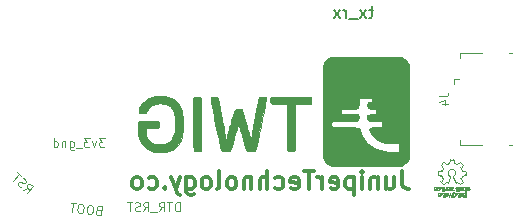
<source format=gbo>
G04 #@! TF.GenerationSoftware,KiCad,Pcbnew,(5.1.10)-1*
G04 #@! TF.CreationDate,2021-10-06T20:45:53-05:00*
G04 #@! TF.ProjectId,temp sensor,74656d70-2073-4656-9e73-6f722e6b6963,0.2*
G04 #@! TF.SameCoordinates,Original*
G04 #@! TF.FileFunction,Legend,Bot*
G04 #@! TF.FilePolarity,Positive*
%FSLAX45Y45*%
G04 Gerber Fmt 4.5, Leading zero omitted, Abs format (unit mm)*
G04 Created by KiCad (PCBNEW (5.1.10)-1) date 2021-10-06 20:45:53*
%MOMM*%
%LPD*%
G01*
G04 APERTURE LIST*
%ADD10C,0.045000*%
%ADD11C,0.300000*%
%ADD12C,0.120000*%
%ADD13C,0.150000*%
%ADD14C,0.010000*%
G04 APERTURE END LIST*
D10*
X15923503Y-10041646D02*
G75*
G03*
X15926105Y-10042587I4482J8320D01*
G01*
X15916789Y-10022637D02*
G75*
G03*
X15916595Y-10026992I42473J-4071D01*
G01*
X16099465Y-10041646D02*
G75*
G03*
X16101478Y-10040346I-8085J14733D01*
G01*
X15917370Y-10019554D02*
G75*
G03*
X15916789Y-10022637I15218J-4465D01*
G01*
X15919938Y-10015129D02*
G75*
G03*
X15917370Y-10019554I8749J-8034D01*
G01*
X15929363Y-10011155D02*
G75*
G03*
X15926105Y-10011476I-142J-15256D01*
G01*
X15938802Y-10015129D02*
G75*
G03*
X15937280Y-10013753I-8267J-7619D01*
G01*
X15942159Y-10026992D02*
G75*
G03*
X15941963Y-10022637I-42279J284D01*
G01*
X15941963Y-10022636D02*
G75*
G03*
X15941378Y-10019554I-15669J-1381D01*
G01*
X16103001Y-10038956D02*
G75*
G03*
X16105576Y-10034531I-8811J8089D01*
G01*
X16085673Y-10040346D02*
G75*
G03*
X16087702Y-10041646I10183J13654D01*
G01*
X16034965Y-10066542D02*
G75*
G03*
X16032993Y-10066420I-1891J-14572D01*
G01*
X15923503Y-10012439D02*
G75*
G03*
X15921475Y-10013753I8937J-16012D01*
G01*
X15935266Y-10012439D02*
G75*
G03*
X15932660Y-10011476I-4456J-8051D01*
G01*
X15917370Y-10034531D02*
G75*
G03*
X15919938Y-10038956I11317J3609D01*
G01*
X15926105Y-10042587D02*
G75*
G03*
X15929363Y-10042901I3116J15279D01*
G01*
X16028330Y-10067367D02*
G75*
G03*
X16027172Y-10068636I1710J-2724D01*
G01*
X16038878Y-10091657D02*
G75*
G03*
X16042130Y-10089659I-2731J8094D01*
G01*
X15937280Y-10040346D02*
G75*
G03*
X15938802Y-10038956I-6420J8560D01*
G01*
X16032993Y-10066420D02*
G75*
G03*
X16030270Y-10066628I-404J-12631D01*
G01*
X16105576Y-10034531D02*
G75*
G03*
X16106162Y-10031423I-15132J4465D01*
G01*
X16029521Y-10091625D02*
G75*
G03*
X16031659Y-10092206I3508J8684D01*
G01*
X16034370Y-10092399D02*
G75*
G03*
X16038878Y-10091657I-75J14514D01*
G01*
X16090303Y-10042587D02*
G75*
G03*
X16093562Y-10042901I3116J15278D01*
G01*
X16026795Y-10089301D02*
X16026925Y-10089301D01*
X16026795Y-10073722D02*
X16026795Y-10070437D01*
X15941963Y-10031423D02*
G75*
G03*
X15942159Y-10026992I-43420J4136D01*
G01*
X16080988Y-10031423D02*
G75*
G03*
X16081569Y-10034531I15849J1355D01*
G01*
X16087702Y-10041646D02*
G75*
G03*
X16090303Y-10042587I4482J8320D01*
G01*
X16030270Y-10066628D02*
G75*
G03*
X16028330Y-10067367I985J-5504D01*
G01*
X16035202Y-10073722D02*
X16026795Y-10073722D01*
X16096859Y-10042587D02*
G75*
G03*
X16099465Y-10041646I-1834J9153D01*
G01*
X15926105Y-10011476D02*
G75*
G03*
X15923503Y-10012439I1896J-9121D01*
G01*
X16106358Y-10026992D02*
X16106358Y-10026992D01*
X16084137Y-10038956D02*
G75*
G03*
X16085674Y-10040346I8012J7315D01*
G01*
X16039455Y-10074421D02*
G75*
G03*
X16035202Y-10073722I-4170J-12078D01*
G01*
X16026925Y-10089301D02*
G75*
G03*
X16029521Y-10091625I4443J2351D01*
G01*
X15941378Y-10034531D02*
G75*
G03*
X15941963Y-10031423I-15133J4461D01*
G01*
X15916595Y-10026992D02*
G75*
G03*
X15916789Y-10031423I44016J-295D01*
G01*
X15938802Y-10038956D02*
G75*
G03*
X15941378Y-10034531I-8811J8089D01*
G01*
X15921475Y-10040346D02*
G75*
G03*
X15923503Y-10041646I10183J13654D01*
G01*
X16080794Y-10026992D02*
G75*
G03*
X16080988Y-10031423I44016J-296D01*
G01*
X15916789Y-10031423D02*
G75*
G03*
X15917370Y-10034531I15849J1356D01*
G01*
X16081569Y-10034531D02*
G75*
G03*
X16084137Y-10038956I11317J3609D01*
G01*
X16101478Y-10040346D02*
G75*
G03*
X16103001Y-10038956I-6420J8561D01*
G01*
X16106162Y-10031423D02*
G75*
G03*
X16106358Y-10026992I-43420J4135D01*
G01*
X15929363Y-10042901D02*
G75*
G03*
X15932660Y-10042587I150J15898D01*
G01*
X15921475Y-10013753D02*
G75*
G03*
X15919938Y-10015129I6807J-9153D01*
G01*
X16044379Y-10079356D02*
G75*
G03*
X16042518Y-10076404I-8307J-3175D01*
G01*
X15942159Y-10026992D02*
X15942159Y-10026992D01*
X16027172Y-10068636D02*
G75*
G03*
X16026795Y-10070437I3538J-1679D01*
G01*
X16042518Y-10076404D02*
G75*
G03*
X16039455Y-10074421I-5666J-5394D01*
G01*
X15937280Y-10013753D02*
G75*
G03*
X15935266Y-10012439I-10870J-14458D01*
G01*
X15932660Y-10011476D02*
G75*
G03*
X15929363Y-10011155I-3147J-15233D01*
G01*
X16093562Y-10042901D02*
G75*
G03*
X16096859Y-10042587I151J15901D01*
G01*
X15941377Y-10019554D02*
G75*
G03*
X15938802Y-10015129I-11386J-3664D01*
G01*
X16044999Y-10082931D02*
G75*
G03*
X16044379Y-10079356I-9983J109D01*
G01*
X16044282Y-10086658D02*
G75*
G03*
X16044999Y-10082931I-8687J3604D01*
G01*
X16042130Y-10089659D02*
G75*
G03*
X16044282Y-10086658I-5823J6447D01*
G01*
X16031659Y-10092206D02*
G75*
G03*
X16034370Y-10092399I2583J17083D01*
G01*
X16026795Y-10092041D02*
X16026795Y-10089301D01*
X15919938Y-10038956D02*
G75*
G03*
X15921475Y-10040346I8012J7316D01*
G01*
X15932660Y-10042587D02*
G75*
G03*
X15935266Y-10041646I-1834J9153D01*
G01*
X15935266Y-10041646D02*
G75*
G03*
X15937280Y-10040346I-8085J14737D01*
G01*
X16034919Y-10036569D02*
G75*
G03*
X16037286Y-10035133I-2343J6529D01*
G01*
X15932408Y-10082630D02*
X15932278Y-10082630D01*
X16025164Y-10034050D02*
X16020645Y-10037909D01*
X16093562Y-10011155D02*
G75*
G03*
X16090303Y-10011476I-142J-15255D01*
G01*
X16037286Y-10035133D02*
G75*
G03*
X16038846Y-10032739I-4051J4345D01*
G01*
X16025838Y-10041753D02*
G75*
G03*
X16031863Y-10042901I5979J14998D01*
G01*
X16028345Y-10036299D02*
G75*
G03*
X16031978Y-10037048I3580J8171D01*
G01*
X16020043Y-10029388D02*
X16039366Y-10029388D01*
X16031863Y-10042901D02*
G75*
G03*
X16036567Y-10042128I-11J14763D01*
G01*
X15941761Y-10070221D02*
X15948245Y-10091926D01*
X16032810Y-10011155D02*
G75*
G03*
X16028022Y-10012041I-95J-12871D01*
G01*
X16044486Y-10035099D02*
G75*
G03*
X16045326Y-10031529I-17408J5983D01*
G01*
X16028023Y-10012041D02*
G75*
G03*
X16023873Y-10014698I4991J-12362D01*
G01*
X16044572Y-10019484D02*
G75*
G03*
X16043278Y-10016702I-11762J-3775D01*
G01*
X16036567Y-10042128D02*
G75*
G03*
X16041123Y-10039810I-5882J17195D01*
G01*
X15932278Y-10082630D02*
X15926340Y-10060897D01*
X15929653Y-10091926D02*
X15935147Y-10091926D01*
X16080988Y-10022637D02*
G75*
G03*
X16080794Y-10026992I42473J-4070D01*
G01*
X16096859Y-10011476D02*
G75*
G03*
X16093562Y-10011155I-3148J-15237D01*
G01*
X16105576Y-10019554D02*
G75*
G03*
X16103001Y-10015129I-11386J-3663D01*
G01*
X16020646Y-10037909D02*
G75*
G03*
X16023099Y-10040218I11418J9670D01*
G01*
X15941646Y-10070221D02*
X15941761Y-10070221D01*
X15935147Y-10091926D02*
X15935147Y-10091926D01*
X15948245Y-10091926D02*
X15953753Y-10091926D01*
X15979775Y-10066779D02*
X15979775Y-10066779D01*
X16045606Y-10027150D02*
G75*
G03*
X16045348Y-10022967I-31374J159D01*
G01*
X16106162Y-10022636D02*
G75*
G03*
X16105576Y-10019554I-15669J-1384D01*
G01*
X15976295Y-10067564D02*
G75*
G03*
X15974547Y-10069920I1979J-3295D01*
G01*
X16084137Y-10015129D02*
G75*
G03*
X16081569Y-10019554I8749J-8034D01*
G01*
X15943970Y-10060897D02*
X15939423Y-10060897D01*
X16103001Y-10015129D02*
G75*
G03*
X16101478Y-10013753I-8267J-7620D01*
G01*
X16041123Y-10039810D02*
G75*
G03*
X16043085Y-10037859I-4542J6528D01*
G01*
X16038846Y-10032739D02*
G75*
G03*
X16039366Y-10029388I-9312J3161D01*
G01*
X15963666Y-10060897D02*
X15957067Y-10060897D01*
X16043278Y-10016702D02*
G75*
G03*
X16041468Y-10014619I-7624J-4801D01*
G01*
X16031978Y-10037048D02*
G75*
G03*
X16034919Y-10036569I107J8612D01*
G01*
X15919727Y-10060897D02*
X15929653Y-10091926D01*
X15935147Y-10091926D02*
X15941646Y-10070221D01*
X16043085Y-10037859D02*
G75*
G03*
X16044486Y-10035099I-9101J6355D01*
G01*
X16025164Y-10034050D02*
G75*
G03*
X16028345Y-10036299I7430J7137D01*
G01*
X16099465Y-10012439D02*
G75*
G03*
X16096859Y-10011476I-4456J-8051D01*
G01*
X16020043Y-10024252D02*
X16020043Y-10029388D01*
X15950999Y-10082630D02*
X15943970Y-10060897D01*
X16041468Y-10014619D02*
G75*
G03*
X16037234Y-10012021I-10245J-11945D01*
G01*
X16023099Y-10040219D02*
G75*
G03*
X16025838Y-10041753I7252J9732D01*
G01*
X15951114Y-10082630D02*
X15950999Y-10082630D01*
X16081569Y-10019554D02*
G75*
G03*
X16080988Y-10022637I15218J-4464D01*
G01*
X16101478Y-10013753D02*
G75*
G03*
X16099465Y-10012439I-10870J-14454D01*
G01*
X15926340Y-10060897D02*
X15919727Y-10060897D01*
X15977819Y-10066975D02*
G75*
G03*
X15976295Y-10067564I1065J-5022D01*
G01*
X16020043Y-10029388D02*
X16020043Y-10029388D01*
X16021001Y-10018858D02*
G75*
G03*
X16020043Y-10024252I13431J-5166D01*
G01*
X15939423Y-10060897D02*
X15932408Y-10082630D01*
X15957067Y-10060897D02*
X15951114Y-10082630D01*
X16045326Y-10031529D02*
G75*
G03*
X16045606Y-10027150I-31219J4196D01*
G01*
X15953753Y-10091926D02*
X15963666Y-10060897D01*
X16085673Y-10013753D02*
G75*
G03*
X16084137Y-10015129I6807J-9152D01*
G01*
X16087702Y-10012439D02*
G75*
G03*
X16085674Y-10013753I8937J-16012D01*
G01*
X16045348Y-10022967D02*
G75*
G03*
X16044572Y-10019484I-19226J-2456D01*
G01*
X16090303Y-10011476D02*
G75*
G03*
X16087702Y-10012439I1896J-9121D01*
G01*
X16106358Y-10026992D02*
G75*
G03*
X16106162Y-10022637I-42279J285D01*
G01*
X15979775Y-10066779D02*
G75*
G03*
X15977819Y-10066975I-93J-8915D01*
G01*
X16023873Y-10014698D02*
G75*
G03*
X16021001Y-10018858I7684J-8378D01*
G01*
X16037234Y-10012021D02*
G75*
G03*
X16032810Y-10011155I-4439J-10943D01*
G01*
X15880720Y-10073277D02*
X15880720Y-10091926D01*
X15880253Y-10070331D02*
G75*
G03*
X15878848Y-10068321I-4415J-1589D01*
G01*
X15874681Y-10066778D02*
G75*
G03*
X15872601Y-10067162I20J-5932D01*
G01*
X15872529Y-10060538D02*
G75*
G03*
X15869202Y-10061137I-3J-9528D01*
G01*
X15880720Y-10064211D02*
X15880605Y-10064211D01*
X15880605Y-10064211D02*
G75*
G03*
X15877130Y-10061456I-7364J-5722D01*
G01*
X15866045Y-10062934D02*
X15870550Y-10068313D01*
X15981764Y-10085884D02*
G75*
G03*
X15983310Y-10085318I-1053J5271D01*
G01*
X15974547Y-10069920D02*
G75*
G03*
X15973664Y-10076376I22881J-6415D01*
G01*
X15973664Y-10076376D02*
G75*
G03*
X15974547Y-10082931I24134J-89D01*
G01*
X15974547Y-10082931D02*
G75*
G03*
X15976295Y-10085288I3727J938D01*
G01*
X15976295Y-10085288D02*
G75*
G03*
X15977819Y-10085877I2589J4433D01*
G01*
X15886961Y-10091926D02*
X15886961Y-10060897D01*
X15977819Y-10085877D02*
G75*
G03*
X15979775Y-10086073I1863J8719D01*
G01*
X15979775Y-10086073D02*
G75*
G03*
X15981764Y-10085884I96J9556D01*
G01*
X15983310Y-10085318D02*
G75*
G03*
X15985075Y-10083053I-1803J3226D01*
G01*
X15985075Y-10083053D02*
G75*
G03*
X15985958Y-10076376I-22875J6420D01*
G01*
X15983310Y-10067533D02*
G75*
G03*
X15981764Y-10066967I-2600J-4705D01*
G01*
X15878848Y-10068321D02*
G75*
G03*
X15874681Y-10066779I-4165J-4852D01*
G01*
X15880720Y-10060897D02*
X15880720Y-10064211D01*
X15981764Y-10066967D02*
G75*
G03*
X15979775Y-10066779I-1892J-9367D01*
G01*
X15886961Y-10060897D02*
X15880720Y-10060897D01*
X15985958Y-10076376D02*
G75*
G03*
X15985075Y-10069798I-23373J213D01*
G01*
X15880720Y-10073277D02*
G75*
G03*
X15880253Y-10070331I-8337J188D01*
G01*
X15985075Y-10069798D02*
G75*
G03*
X15983310Y-10067533I-3569J-961D01*
G01*
X15872601Y-10067162D02*
G75*
G03*
X15870550Y-10068313I2911J-7592D01*
G01*
X15869202Y-10061137D02*
G75*
G03*
X15866045Y-10062934I4176J-11007D01*
G01*
X15877131Y-10061456D02*
G75*
G03*
X15872529Y-10060538I-4404J-10083D01*
G01*
X15886961Y-10091926D02*
X15886961Y-10091926D01*
X15880720Y-10091926D02*
X15886961Y-10091926D01*
X16042484Y-9871342D02*
G75*
G03*
X16043585Y-9872241I1386J574D01*
G01*
X15972154Y-9778317D02*
G75*
G03*
X15970681Y-9777102I-1473J-284D01*
G01*
X16028596Y-9801090D02*
G75*
G03*
X16026695Y-9800909I-1061J-1061D01*
G01*
X16032958Y-9846584D02*
G75*
G03*
X16032815Y-9847999I1242J-841D01*
G01*
X16072670Y-9879090D02*
G75*
G03*
X16071454Y-9877617I-1500J0D01*
G01*
X16043585Y-9914344D02*
X16071454Y-9908967D01*
X16026695Y-9800909D02*
X16003187Y-9816813D01*
X16048681Y-9821175D02*
X16028596Y-9801091D01*
X16072670Y-9907494D02*
X16072670Y-9879090D01*
X16071454Y-9908967D02*
G75*
G03*
X16072670Y-9907494I-284J1473D01*
G01*
X16043585Y-9914344D02*
G75*
G03*
X16042484Y-9915242I284J-1473D01*
G01*
X16032815Y-9938585D02*
G75*
G03*
X16032958Y-9940000I1386J-574D01*
G01*
X15909771Y-9816813D02*
X15886264Y-9800909D01*
X16028596Y-9985494D02*
X16048681Y-9965409D01*
X15934529Y-9807287D02*
G75*
G03*
X15935428Y-9806186I-574J1386D01*
G01*
X15977530Y-9806186D02*
G75*
G03*
X15978429Y-9807287I1473J284D01*
G01*
X16001772Y-9816956D02*
X15978429Y-9807287D01*
X16048862Y-9823077D02*
G75*
G03*
X16048681Y-9821175I-1242J841D01*
G01*
X16032815Y-9938585D02*
X16042484Y-9915242D01*
X16026695Y-9985675D02*
G75*
G03*
X16028596Y-9985494I841J1242D01*
G01*
X16032958Y-9846584D02*
X16048862Y-9823077D01*
X16042484Y-9871342D02*
X16032815Y-9847999D01*
X16003187Y-9969771D02*
X16026695Y-9985675D01*
X15977530Y-9806186D02*
X15972154Y-9778317D01*
X16048681Y-9965409D02*
G75*
G03*
X16048862Y-9963508I-1061J1061D01*
G01*
X15864278Y-9821175D02*
G75*
G03*
X15864096Y-9823077I1061J-1061D01*
G01*
X15884362Y-9801091D02*
X15864278Y-9821175D01*
X15886263Y-9800909D02*
G75*
G03*
X15884362Y-9801091I-841J-1242D01*
G01*
X15909771Y-9816813D02*
G75*
G03*
X15911186Y-9816956I841J1242D01*
G01*
X15934529Y-9807287D02*
X15911186Y-9816956D01*
X15940804Y-9778317D02*
X15935428Y-9806186D01*
X15942277Y-9777102D02*
G75*
G03*
X15940804Y-9778317I0J-1500D01*
G01*
X15970681Y-9777102D02*
X15942277Y-9777102D01*
X16001772Y-9816956D02*
G75*
G03*
X16003187Y-9816813I574J1386D01*
G01*
X16048862Y-9963508D02*
X16032958Y-9940000D01*
X16071454Y-9877617D02*
X16043585Y-9872241D01*
X16056530Y-10091926D02*
X16056530Y-10073449D01*
X16050289Y-10071297D02*
X16050289Y-10091926D01*
X16060804Y-10042901D02*
G75*
G03*
X16065158Y-10041918I154J9455D01*
G01*
X16051130Y-10066662D02*
G75*
G03*
X16050500Y-10068822I9536J-3956D01*
G01*
X16057080Y-10061225D02*
G75*
G03*
X16053653Y-10063285I4871J-11980D01*
G01*
X16075063Y-10011514D02*
X16068823Y-10011514D01*
X16060632Y-10060538D02*
G75*
G03*
X16057080Y-10061225I18J-9623D01*
G01*
X16068823Y-10039257D02*
X16068823Y-10064211D01*
X16050404Y-10031905D02*
G75*
G03*
X16050748Y-10035011I22859J962D01*
G01*
X16068823Y-10014770D02*
G75*
G03*
X16065190Y-10012059I-8213J-7216D01*
G01*
X16068823Y-10011514D02*
X16068823Y-10014770D01*
X16065190Y-10012059D02*
G75*
G03*
X16060804Y-10011155I-4273J-9644D01*
G01*
X15970203Y-9923110D02*
G75*
G03*
X15969442Y-9925040I627J-1363D01*
G01*
X16003187Y-9969771D02*
G75*
G03*
X16001772Y-9969628I-841J-1242D01*
G01*
X15991083Y-9974055D02*
X16001772Y-9969628D01*
X15989121Y-9973237D02*
G75*
G03*
X15991083Y-9974055I1389J567D01*
G01*
X16056967Y-10070652D02*
G75*
G03*
X16056530Y-10073449I7860J-2661D01*
G01*
X16068823Y-10064211D02*
X16068708Y-10064211D01*
X16052498Y-10038899D02*
G75*
G03*
X16055905Y-10041782I8388J6457D01*
G01*
X16050748Y-10035011D02*
G75*
G03*
X16052498Y-10038899I9043J1733D01*
G01*
X16075063Y-10091926D02*
X16075063Y-10011514D01*
X15823505Y-10018894D02*
G75*
G03*
X15821432Y-10017501I-4362J-4252D01*
G01*
X16050748Y-10019088D02*
G75*
G03*
X16050404Y-10022194I22330J-4047D01*
G01*
X15821432Y-10017501D02*
G75*
G03*
X15818886Y-10017036I-2465J-6299D01*
G01*
X16060804Y-10011155D02*
G75*
G03*
X16058159Y-10011442I-82J-11581D01*
G01*
X16058159Y-10042621D02*
G75*
G03*
X16060804Y-10042901I2563J11586D01*
G01*
X15824907Y-10021162D02*
G75*
G03*
X15823505Y-10018894I-5806J-2021D01*
G01*
X16065233Y-10061456D02*
G75*
G03*
X16060632Y-10060538I-4404J-10083D01*
G01*
X16050289Y-10027064D02*
X16050404Y-10031905D01*
X15969442Y-9925040D02*
X15989121Y-9973237D01*
X15970203Y-9923110D02*
G75*
G03*
X15942755Y-9923110I-13724J29818D01*
G01*
X16068386Y-10070652D02*
G75*
G03*
X16067073Y-10068543I-5330J-1855D01*
G01*
X16075063Y-10091926D02*
X16075063Y-10091926D01*
X16068823Y-10073449D02*
G75*
G03*
X16068386Y-10070652I-8297J137D01*
G01*
X16052498Y-10015186D02*
G75*
G03*
X16050748Y-10019088I7504J-5709D01*
G01*
X16068708Y-10064211D02*
G75*
G03*
X16065233Y-10061456I-7365J-5722D01*
G01*
X16050404Y-10022194D02*
X16050289Y-10027064D01*
X16065158Y-10041918D02*
G75*
G03*
X16068823Y-10039257I-7015J13517D01*
G01*
X15825442Y-10024252D02*
X15825442Y-10024252D01*
X16068823Y-10091926D02*
X16075063Y-10091926D01*
X16060245Y-10067220D02*
G75*
G03*
X16058280Y-10068543I2208J-5401D01*
G01*
X16068823Y-10073449D02*
X16068823Y-10091926D01*
X16058159Y-10011442D02*
G75*
G03*
X16055905Y-10012303I1932J-8439D01*
G01*
X16050500Y-10068822D02*
G75*
G03*
X16050289Y-10071297I13652J-2406D01*
G01*
X15825442Y-10024252D02*
G75*
G03*
X15824907Y-10021163I-9914J-123D01*
G01*
X16050289Y-10091926D02*
X16056530Y-10091926D01*
X16055905Y-10041782D02*
G75*
G03*
X16058159Y-10042621I4167J7744D01*
G01*
X16053653Y-10063285D02*
G75*
G03*
X16051130Y-10066662I5408J-6672D01*
G01*
X16067073Y-10068543D02*
G75*
G03*
X16065090Y-10067220I-4135J-4049D01*
G01*
X16065090Y-10067220D02*
G75*
G03*
X16062641Y-10066779I-2368J-6126D01*
G01*
X16062641Y-10066778D02*
G75*
G03*
X16060245Y-10067220I-73J-6329D01*
G01*
X16058280Y-10068543D02*
G75*
G03*
X16056967Y-10070652I4017J-3964D01*
G01*
X15818886Y-10017036D02*
G75*
G03*
X15816374Y-10017501I-77J-6608D01*
G01*
X16055905Y-10012303D02*
G75*
G03*
X16052498Y-10015186I5310J-9729D01*
G01*
X15950882Y-10024975D02*
G75*
G03*
X15948112Y-10027042I2641J-6427D01*
G01*
X15946959Y-10037414D02*
G75*
G03*
X15949762Y-10040419I7236J3939D01*
G01*
X15946547Y-10029945D02*
G75*
G03*
X15946024Y-10033361I10307J-3324D01*
G01*
X15960155Y-10023707D02*
G75*
G03*
X15962147Y-10023361I-474J8636D01*
G01*
X15816374Y-10017501D02*
G75*
G03*
X15814317Y-10018894I2313J-5632D01*
G01*
X15814317Y-10018894D02*
G75*
G03*
X15812910Y-10021163I4502J-4364D01*
G01*
X15812909Y-10021162D02*
G75*
G03*
X15812345Y-10024252I9566J-3345D01*
G01*
X15949762Y-10040419D02*
G75*
G03*
X15953909Y-10042281I7798J11823D01*
G01*
X15825442Y-10024252D02*
X15812345Y-10024252D01*
X15972534Y-10037378D02*
X15972534Y-10037378D01*
X15953909Y-10042281D02*
G75*
G03*
X15958878Y-10042901I4802J18251D01*
G01*
X15966165Y-10041520D02*
G75*
G03*
X15972534Y-10037378I-7891J19100D01*
G01*
X15958877Y-10042901D02*
G75*
G03*
X15966165Y-10041520I127J19252D01*
G01*
X15946024Y-10033361D02*
G75*
G03*
X15946959Y-10037414I8529J-167D01*
G01*
X15948112Y-10027042D02*
G75*
G03*
X15946547Y-10029945I7394J-5860D01*
G01*
X15955019Y-10024066D02*
G75*
G03*
X15952779Y-10024375I974J-15288D01*
G01*
X15952779Y-10024375D02*
G75*
G03*
X15950882Y-10024975I2188J-10232D01*
G01*
X15960155Y-10023707D02*
X15955019Y-10024066D01*
X15962147Y-10023361D02*
G75*
G03*
X15963389Y-10022667I-824J2933D01*
G01*
X15963389Y-10022667D02*
G75*
G03*
X15964040Y-10021761I-2198J2267D01*
G01*
X15964040Y-10021761D02*
G75*
G03*
X15964258Y-10020781I-2104J981D01*
G01*
X15964258Y-10020781D02*
G75*
G03*
X15963088Y-10018098I-3467J85D01*
G01*
X15961466Y-10017302D02*
G75*
G03*
X15958935Y-10017036I-2338J-10097D01*
G01*
X15958935Y-10017036D02*
G75*
G03*
X15954452Y-10017847I-198J-11706D01*
G01*
X15963088Y-10018098D02*
G75*
G03*
X15961466Y-10017302I-2419J-2878D01*
G01*
X15954452Y-10017847D02*
G75*
G03*
X15950629Y-10019920I7958J-19239D01*
G01*
X15946771Y-10015372D02*
X15950629Y-10019920D01*
X15951971Y-10012303D02*
G75*
G03*
X15946771Y-10015372I6824J-17498D01*
G01*
X16062698Y-10036690D02*
G75*
G03*
X16064673Y-10036494I95J9111D01*
G01*
X15814098Y-10012041D02*
G75*
G03*
X15809950Y-10014698I4992J-12361D01*
G01*
X15820995Y-10036569D02*
G75*
G03*
X15823362Y-10035133I-2343J6529D01*
G01*
X16062698Y-10036690D02*
X16062698Y-10036690D01*
X15807077Y-10018858D02*
G75*
G03*
X15806119Y-10024252I13431J-5166D01*
G01*
X15823310Y-10012021D02*
G75*
G03*
X15818886Y-10011155I-4439J-10943D01*
G01*
X15822643Y-10042128D02*
G75*
G03*
X15827200Y-10039810I-5882J17195D01*
G01*
X16067955Y-10020537D02*
G75*
G03*
X16066207Y-10018181I-3697J-916D01*
G01*
X15806119Y-10029388D02*
X15825442Y-10029388D01*
X15953215Y-10030944D02*
G75*
G03*
X15952502Y-10031853I1500J-1909D01*
G01*
X15829161Y-10037859D02*
G75*
G03*
X15830562Y-10035099I-9101J6356D01*
G01*
X15967958Y-10026971D02*
G75*
G03*
X15969863Y-10024286I-4692J5346D01*
G01*
X15956066Y-10030019D02*
G75*
G03*
X15954403Y-10030333I554J-7504D01*
G01*
X15952502Y-10031853D02*
G75*
G03*
X15952264Y-10033060I2678J-1155D01*
G01*
X16066207Y-10035908D02*
G75*
G03*
X16067955Y-10033562I-1932J3264D01*
G01*
X15824922Y-10032739D02*
G75*
G03*
X15825442Y-10029388I-9312J3160D01*
G01*
X15963690Y-10036051D02*
G75*
G03*
X15968173Y-10033060I-5312J12818D01*
G01*
X15831682Y-10027150D02*
G75*
G03*
X15831424Y-10022967I-31374J165D01*
G01*
X15817940Y-10042901D02*
G75*
G03*
X15822643Y-10042128I-11J14763D01*
G01*
X15818055Y-10037048D02*
G75*
G03*
X15820995Y-10036569I107J8612D01*
G01*
X15818886Y-10011155D02*
G75*
G03*
X15814098Y-10012041I-95J-12871D01*
G01*
X15809175Y-10040218D02*
G75*
G03*
X15811914Y-10041753I7252J9731D01*
G01*
X15823362Y-10035133D02*
G75*
G03*
X15824922Y-10032739I-4051J4345D01*
G01*
X15806119Y-10029388D02*
X15806119Y-10029388D01*
X15831402Y-10031529D02*
G75*
G03*
X15831682Y-10027150I-31219J4195D01*
G01*
X16064673Y-10036494D02*
G75*
G03*
X16066207Y-10035908I-1062J5081D01*
G01*
X15827200Y-10039810D02*
G75*
G03*
X15829161Y-10037859I-4542J6528D01*
G01*
X15952699Y-10034796D02*
G75*
G03*
X15954001Y-10036044I2969J1794D01*
G01*
X15958390Y-10037048D02*
G75*
G03*
X15963690Y-10036051I128J13907D01*
G01*
X15831424Y-10022967D02*
G75*
G03*
X15830647Y-10019484I-19227J-2460D01*
G01*
X16067955Y-10033562D02*
G75*
G03*
X16068823Y-10027064I-23320J6422D01*
G01*
X15830562Y-10035099D02*
G75*
G03*
X15831402Y-10031529I-17408J5980D01*
G01*
X15972534Y-10037378D02*
X15968173Y-10033060D01*
X15829355Y-10016702D02*
G75*
G03*
X15827544Y-10014619I-7625J-4801D01*
G01*
X15811240Y-10034050D02*
X15806722Y-10037909D01*
X15811914Y-10041753D02*
G75*
G03*
X15817940Y-10042901I5979J14999D01*
G01*
X15954001Y-10036044D02*
G75*
G03*
X15955965Y-10036797I3470J6112D01*
G01*
X16068823Y-10027064D02*
G75*
G03*
X16067955Y-10020537I-24400J77D01*
G01*
X15967184Y-10013579D02*
G75*
G03*
X15963464Y-10011761I-7029J-9663D01*
G01*
X15969669Y-10016577D02*
G75*
G03*
X15967184Y-10013579I-6960J-3240D01*
G01*
X15965089Y-10028726D02*
G75*
G03*
X15967958Y-10026971I-3533J8996D01*
G01*
X15952264Y-10033060D02*
G75*
G03*
X15952699Y-10034796I3389J-74D01*
G01*
X15827544Y-10014619D02*
G75*
G03*
X15823310Y-10012021I-10245J-11946D01*
G01*
X15830647Y-10019484D02*
G75*
G03*
X15829355Y-10016702I-11761J-3773D01*
G01*
X15955164Y-10011442D02*
G75*
G03*
X15951971Y-10012303I2431J-15370D01*
G01*
X15811240Y-10034050D02*
G75*
G03*
X15814422Y-10036299I7430J7137D01*
G01*
X15956066Y-10030019D02*
X15961560Y-10029503D01*
X15809950Y-10014698D02*
G75*
G03*
X15807077Y-10018858I7684J-8378D01*
G01*
X15958935Y-10011155D02*
G75*
G03*
X15955164Y-10011442I-130J-23233D01*
G01*
X15963464Y-10011761D02*
G75*
G03*
X15958935Y-10011155I-4367J-15408D01*
G01*
X15961560Y-10029502D02*
G75*
G03*
X15965089Y-10028726I-774J11925D01*
G01*
X15969863Y-10024286D02*
G75*
G03*
X15970497Y-10020723I-8763J3398D01*
G01*
X15806119Y-10024252D02*
X15806119Y-10029388D01*
X15814422Y-10036299D02*
G75*
G03*
X15818055Y-10037048I3580J8171D01*
G01*
X15970497Y-10020723D02*
G75*
G03*
X15969669Y-10016577I-9756J207D01*
G01*
X15954403Y-10030333D02*
G75*
G03*
X15953215Y-10030944I1082J-3562D01*
G01*
X15955965Y-10036797D02*
G75*
G03*
X15958390Y-10037048I2326J10632D01*
G01*
X15806721Y-10037909D02*
G75*
G03*
X15809175Y-10040218I11418J9670D01*
G01*
X15861295Y-10011754D02*
G75*
G03*
X15858139Y-10013551I4176J-11007D01*
G01*
X15892379Y-10042542D02*
X15892379Y-10039257D01*
X15858139Y-10013551D02*
X15862643Y-10018930D01*
X15973664Y-10091926D02*
X15973664Y-10088698D01*
X15895958Y-10041990D02*
G75*
G03*
X15900513Y-10042901I4362J9967D01*
G01*
X15870942Y-10018937D02*
G75*
G03*
X15866775Y-10017395I-4165J-4852D01*
G01*
X15910074Y-10036795D02*
G75*
G03*
X15910704Y-10034629I-9582J3960D01*
G01*
X16059174Y-10035935D02*
G75*
G03*
X16060716Y-10036501I2594J4681D01*
G01*
X15992087Y-10081253D02*
X15992198Y-10076376D01*
X15864695Y-10017779D02*
G75*
G03*
X15862643Y-10018930I2911J-7592D01*
G01*
X15869224Y-10012073D02*
G75*
G03*
X15864623Y-10011155I-4404J-10083D01*
G01*
X15892379Y-10039257D02*
X15892508Y-10039257D01*
X15892508Y-10039257D02*
G75*
G03*
X15895958Y-10041990I7331J5712D01*
G01*
X15907556Y-10040168D02*
G75*
G03*
X15910074Y-10036795I-5361J6627D01*
G01*
X15892379Y-10011514D02*
X15886139Y-10011514D01*
X15986618Y-10061686D02*
G75*
G03*
X15984351Y-10060825I-4191J-7621D01*
G01*
X15872347Y-10020947D02*
G75*
G03*
X15870942Y-10018937I-4415J-1589D01*
G01*
X15989989Y-10088282D02*
G75*
G03*
X15991754Y-10084380I-6985J5509D01*
G01*
X15872699Y-10014827D02*
G75*
G03*
X15869224Y-10012073I-7365J-5722D01*
G01*
X16066207Y-10018181D02*
G75*
G03*
X16064673Y-10017591I-2599J-4477D01*
G01*
X15973664Y-10064211D02*
X15973664Y-10048374D01*
X15872814Y-10042542D02*
X15879054Y-10042542D01*
X15904117Y-10042218D02*
G75*
G03*
X15907556Y-10040168I-4754J11887D01*
G01*
X16057412Y-10033670D02*
G75*
G03*
X16059174Y-10035935I3572J962D01*
G01*
X16057412Y-10020436D02*
G75*
G03*
X16056529Y-10027064I22828J-6411D01*
G01*
X15892379Y-10030019D02*
G75*
G03*
X15892816Y-10032834I8375J-142D01*
G01*
X16059174Y-10018155D02*
G75*
G03*
X16057412Y-10020436I1834J-3239D01*
G01*
X15973664Y-10088698D02*
G75*
G03*
X15977304Y-10091388I8217J7313D01*
G01*
X15879054Y-10042542D02*
X15879054Y-10042542D01*
X15977304Y-10091388D02*
G75*
G03*
X15981683Y-10092284I4268J9704D01*
G01*
X16056529Y-10027064D02*
G75*
G03*
X16057412Y-10033670I23482J-226D01*
G01*
X15967424Y-10048374D02*
X15967424Y-10091926D01*
X15967424Y-10091926D02*
X15973664Y-10091926D01*
X15879054Y-10042542D02*
X15879054Y-10011514D01*
X15989989Y-10064569D02*
G75*
G03*
X15986618Y-10061686I-8401J-6410D01*
G01*
X15886139Y-10011514D02*
X15886139Y-10042542D01*
X15977344Y-10061557D02*
G75*
G03*
X15973664Y-10064211I7789J-14678D01*
G01*
X15991753Y-10084380D02*
G75*
G03*
X15992087Y-10081253I-23541J4090D01*
G01*
X15910704Y-10034629D02*
G75*
G03*
X15910913Y-10032142I-13801J2414D01*
G01*
X15872814Y-10023894D02*
X15872814Y-10042542D01*
X15991754Y-10068471D02*
G75*
G03*
X15989989Y-10064569I-8939J-1693D01*
G01*
X15992087Y-10071559D02*
G75*
G03*
X15991754Y-10068471I-23283J-951D01*
G01*
X15986618Y-10091166D02*
G75*
G03*
X15989989Y-10088282I-4727J8939D01*
G01*
X15864623Y-10011155D02*
G75*
G03*
X15861295Y-10011754I-3J-9528D01*
G01*
X15872814Y-10014827D02*
X15872699Y-10014827D01*
X15886139Y-10042542D02*
X15892379Y-10042542D01*
X15866775Y-10017395D02*
G75*
G03*
X15864695Y-10017779I20J-5932D01*
G01*
X16064673Y-10017591D02*
G75*
G03*
X16062698Y-10017395I-1880J-8875D01*
G01*
X16062698Y-10017395D02*
G75*
G03*
X16060716Y-10017585I-95J-9430D01*
G01*
X15984351Y-10060825D02*
G75*
G03*
X15981683Y-10060538I-2583J-11478D01*
G01*
X16060716Y-10017585D02*
G75*
G03*
X16059174Y-10018155I1055J-5222D01*
G01*
X15992198Y-10076376D02*
X15992087Y-10071559D01*
X16060716Y-10036501D02*
G75*
G03*
X16062698Y-10036690I1886J9307D01*
G01*
X15872814Y-10023894D02*
G75*
G03*
X15872347Y-10020947I-8337J188D01*
G01*
X15973664Y-10091926D02*
X15973664Y-10091926D01*
X15973664Y-10048374D02*
X15967424Y-10048374D01*
X15872814Y-10011514D02*
X15872814Y-10014827D01*
X15981683Y-10060538D02*
G75*
G03*
X15977344Y-10061557I-129J-9204D01*
G01*
X15892379Y-10030019D02*
X15892379Y-10011514D01*
X15900513Y-10042901D02*
G75*
G03*
X15904117Y-10042218I-7J9886D01*
G01*
X15910913Y-10032142D02*
X15910913Y-10032142D01*
X15984351Y-10092005D02*
G75*
G03*
X15986618Y-10091166I-1905J8627D01*
G01*
X15981683Y-10092284D02*
G75*
G03*
X15984351Y-10092005I85J12054D01*
G01*
X15879054Y-10011514D02*
X15872814Y-10011514D01*
X16006805Y-10070331D02*
G75*
G03*
X16005401Y-10068321I-4415J-1589D01*
G01*
X15865389Y-10072350D02*
G75*
G03*
X15864612Y-10068868I-19227J-2460D01*
G01*
X16007158Y-10064211D02*
G75*
G03*
X16003683Y-10061456I-7364J-5722D01*
G01*
X15855397Y-10066884D02*
G75*
G03*
X15852851Y-10066420I-2465J-6299D01*
G01*
X15907154Y-10086546D02*
G75*
G03*
X15909754Y-10086242I179J9712D01*
G01*
X16013513Y-10091926D02*
X16013513Y-10091926D01*
X15999081Y-10060538D02*
G75*
G03*
X15995754Y-10061137I-3J-9528D01*
G01*
X16007273Y-10060897D02*
X16007273Y-10064211D01*
X16001233Y-10066778D02*
G75*
G03*
X15999154Y-10067162I20J-5932D01*
G01*
X15840084Y-10078771D02*
X15840084Y-10078771D01*
X15900940Y-10036252D02*
G75*
G03*
X15902923Y-10034939I-2137J5383D01*
G01*
X15846874Y-10070546D02*
G75*
G03*
X15846310Y-10073636I9566J-3345D01*
G01*
X15910913Y-10011514D02*
X15904673Y-10011514D01*
X15909754Y-10086242D02*
G75*
G03*
X15911500Y-10085327I-1019J4070D01*
G01*
X15911500Y-10085327D02*
G75*
G03*
X15912523Y-10084079I-2528J3115D01*
G01*
X15912562Y-10081039D02*
G75*
G03*
X15911586Y-10079879I-2661J-1250D01*
G01*
X16005401Y-10068321D02*
G75*
G03*
X16001233Y-10066779I-4165J-4852D01*
G01*
X16013513Y-10060897D02*
X16007273Y-10060897D01*
X15864612Y-10068868D02*
G75*
G03*
X15863320Y-10066085I-11761J-3773D01*
G01*
X15852851Y-10066420D02*
G75*
G03*
X15850339Y-10066884I-77J-6608D01*
G01*
X15848282Y-10068278D02*
G75*
G03*
X15846875Y-10070546I4502J-4364D01*
G01*
X15840084Y-10073636D02*
X15840084Y-10078771D01*
X15859407Y-10073636D02*
X15846310Y-10073636D01*
X16013513Y-10091926D02*
X16013513Y-10060897D01*
X15843915Y-10064082D02*
G75*
G03*
X15841042Y-10068242I7684J-8378D01*
G01*
X15999154Y-10067162D02*
G75*
G03*
X15997102Y-10068313I2911J-7592D01*
G01*
X15892816Y-10032834D02*
G75*
G03*
X15894129Y-10034939I5267J1823D01*
G01*
X15857275Y-10061404D02*
G75*
G03*
X15852851Y-10060538I-4439J-10943D01*
G01*
X15894129Y-10034939D02*
G75*
G03*
X15896095Y-10036252I4158J4098D01*
G01*
X15900340Y-10078857D02*
X15907613Y-10078857D01*
X15896095Y-10036252D02*
G75*
G03*
X15898490Y-10036690I2322J5937D01*
G01*
X15898490Y-10036690D02*
G75*
G03*
X15900940Y-10036252I82J6615D01*
G01*
X15903901Y-10086342D02*
G75*
G03*
X15907154Y-10086546I2739J17608D01*
G01*
X15858872Y-10070546D02*
G75*
G03*
X15857470Y-10068278I-5806J-2021D01*
G01*
X15992598Y-10062934D02*
X15997102Y-10068313D01*
X15900699Y-10084007D02*
G75*
G03*
X15901147Y-10084968I3644J1113D01*
G01*
X15912523Y-10084079D02*
G75*
G03*
X15912863Y-10082630I-2827J1429D01*
G01*
X15841042Y-10068242D02*
G75*
G03*
X15840084Y-10073636I13431J-5166D01*
G01*
X15900340Y-10081138D02*
X15900340Y-10081138D01*
X15861509Y-10064003D02*
G75*
G03*
X15857275Y-10061404I-10245J-11946D01*
G01*
X15904673Y-10011514D02*
X15904673Y-10030019D01*
X15900340Y-10081138D02*
X15900340Y-10078857D01*
X16007273Y-10073277D02*
X16007273Y-10091926D01*
X15859407Y-10073636D02*
X15859407Y-10073636D01*
X16007273Y-10073277D02*
G75*
G03*
X16006805Y-10070331I-8337J188D01*
G01*
X15863320Y-10066085D02*
G75*
G03*
X15861509Y-10064003I-7625J-4801D01*
G01*
X15912863Y-10082630D02*
G75*
G03*
X15912562Y-10081039I-3567J149D01*
G01*
X15995754Y-10061137D02*
G75*
G03*
X15992598Y-10062934I4176J-11007D01*
G01*
X16003683Y-10061456D02*
G75*
G03*
X15999081Y-10060538I-4404J-10083D01*
G01*
X15852851Y-10060538D02*
G75*
G03*
X15848063Y-10061424I-95J-12871D01*
G01*
X15902923Y-10034939D02*
G75*
G03*
X15904236Y-10032834I-3954J3928D01*
G01*
X15909936Y-10079152D02*
G75*
G03*
X15907613Y-10078857I-2498J-10374D01*
G01*
X15859407Y-10073636D02*
G75*
G03*
X15858872Y-10070546I-9914J-123D01*
G01*
X16007273Y-10091926D02*
X16013513Y-10091926D01*
X15857470Y-10068278D02*
G75*
G03*
X15855397Y-10066884I-4362J-4252D01*
G01*
X15850339Y-10066884D02*
G75*
G03*
X15848282Y-10068278I2313J-5632D01*
G01*
X15904236Y-10032834D02*
G75*
G03*
X15904673Y-10030019I-7938J2674D01*
G01*
X15910913Y-10032142D02*
X15910913Y-10011514D01*
X15900340Y-10081138D02*
G75*
G03*
X15900699Y-10084007I9583J-258D01*
G01*
X15901147Y-10084968D02*
G75*
G03*
X15901775Y-10085614I1965J1283D01*
G01*
X15901775Y-10085614D02*
G75*
G03*
X15903901Y-10086342I2930J5087D01*
G01*
X15848063Y-10061424D02*
G75*
G03*
X15843915Y-10064082I4992J-12361D01*
G01*
X15911586Y-10079879D02*
G75*
G03*
X15909936Y-10079152I-2765J-4038D01*
G01*
X16007273Y-10064211D02*
X16007158Y-10064211D01*
X15894543Y-10068175D02*
G75*
G03*
X15894300Y-10070795I15212J-2728D01*
G01*
X15917023Y-10065086D02*
G75*
G03*
X15912741Y-10061639I-8638J-6349D01*
G01*
X16004613Y-10017836D02*
G75*
G03*
X16002164Y-10017395I-2368J-6126D01*
G01*
X15895196Y-10065964D02*
G75*
G03*
X15894543Y-10068174I9582J-4036D01*
G01*
X15909992Y-10060806D02*
G75*
G03*
X15906838Y-10060567I-2790J-15859D01*
G01*
X15915675Y-10089659D02*
G75*
G03*
X15917827Y-10086658I-5823J6447D01*
G01*
X16007909Y-10021268D02*
G75*
G03*
X16006596Y-10019160I-5330J-1855D01*
G01*
X15999768Y-10017836D02*
G75*
G03*
X15997803Y-10019160I2208J-5401D01*
G01*
X15906537Y-10066420D02*
G75*
G03*
X15903815Y-10066628I-404J-12631D01*
G01*
X15996053Y-10042542D02*
X15996053Y-10024066D01*
X15918544Y-10082931D02*
G75*
G03*
X15917923Y-10079356I-9983J109D01*
G01*
X15840084Y-10078771D02*
X15859407Y-10078771D01*
X15917827Y-10086658D02*
G75*
G03*
X15918544Y-10082931I-8687J3604D01*
G01*
X15917923Y-10079356D02*
G75*
G03*
X15916062Y-10076404I-8307J-3175D01*
G01*
X15851905Y-10092285D02*
G75*
G03*
X15856608Y-10091512I-11J14763D01*
G01*
X15864527Y-10084482D02*
G75*
G03*
X15865367Y-10080913I-17408J5980D01*
G01*
X15865647Y-10076533D02*
G75*
G03*
X15865389Y-10072350I-31374J164D01*
G01*
X15997803Y-10019160D02*
G75*
G03*
X15996490Y-10021268I4017J-3964D01*
G01*
X15865367Y-10080913D02*
G75*
G03*
X15865647Y-10076533I-31219J4195D01*
G01*
X15863126Y-10087243D02*
G75*
G03*
X15864527Y-10084482I-9101J6355D01*
G01*
X15906838Y-10060567D02*
G75*
G03*
X15901738Y-10061091I-447J-20744D01*
G01*
X15910123Y-10066908D02*
G75*
G03*
X15908509Y-10066542I-2707J-8203D01*
G01*
X15912422Y-10091657D02*
G75*
G03*
X15915675Y-10089659I-2731J8094D01*
G01*
X15996490Y-10021268D02*
G75*
G03*
X15996053Y-10024066I7860J-2661D01*
G01*
X15900469Y-10089301D02*
G75*
G03*
X15903065Y-10091625I4443J2351D01*
G01*
X15861165Y-10089193D02*
G75*
G03*
X15863126Y-10087243I-4542J6528D01*
G01*
X15900716Y-10068636D02*
G75*
G03*
X15900340Y-10070437I3538J-1679D01*
G01*
X15900340Y-10089301D02*
X15900469Y-10089301D01*
X15908509Y-10066542D02*
G75*
G03*
X15906537Y-10066420I-1891J-14572D01*
G01*
X15916062Y-10076404D02*
G75*
G03*
X15912999Y-10074421I-5667J-5394D01*
G01*
X15912246Y-10068844D02*
X15917023Y-10065086D01*
X15903065Y-10091625D02*
G75*
G03*
X15905203Y-10092206I3508J8684D01*
G01*
X15854960Y-10085953D02*
G75*
G03*
X15857327Y-10084517I-2343J6529D01*
G01*
X15897743Y-10062776D02*
G75*
G03*
X15895196Y-10065964I4234J-5993D01*
G01*
X15903815Y-10066628D02*
G75*
G03*
X15901875Y-10067367I985J-5504D01*
G01*
X15856608Y-10091512D02*
G75*
G03*
X15861165Y-10089193I-5882J17195D01*
G01*
X15845879Y-10091137D02*
G75*
G03*
X15851905Y-10092284I5979J14999D01*
G01*
X15843140Y-10089602D02*
G75*
G03*
X15845879Y-10091137I7252J9730D01*
G01*
X15840687Y-10087292D02*
G75*
G03*
X15843140Y-10089602I11418J9670D01*
G01*
X15845205Y-10083433D02*
X15840687Y-10087292D01*
X15900340Y-10073722D02*
X15900340Y-10070437D01*
X16008346Y-10042542D02*
X16014586Y-10042542D01*
X15901738Y-10061091D02*
G75*
G03*
X15897743Y-10062776I2834J-12292D01*
G01*
X15901875Y-10067367D02*
G75*
G03*
X15900716Y-10068636I1710J-2724D01*
G01*
X15912741Y-10061639D02*
G75*
G03*
X15909992Y-10060806I-4851J-11055D01*
G01*
X15907914Y-10092399D02*
G75*
G03*
X15912422Y-10091657I-75J14514D01*
G01*
X15848387Y-10085682D02*
G75*
G03*
X15852020Y-10086432I3580J8171D01*
G01*
X15912999Y-10074421D02*
G75*
G03*
X15908746Y-10073722I-4170J-12078D01*
G01*
X15905203Y-10092206D02*
G75*
G03*
X15907914Y-10092399I2583J17083D01*
G01*
X16006596Y-10019160D02*
G75*
G03*
X16004613Y-10017836I-4135J-4049D01*
G01*
X16014586Y-10042542D02*
X16014586Y-10042542D01*
X16008346Y-10024066D02*
X16008346Y-10042542D01*
X15900340Y-10092041D02*
X15900340Y-10092041D01*
X15858887Y-10082123D02*
G75*
G03*
X15859407Y-10078771I-9312J3160D01*
G01*
X15912246Y-10068844D02*
G75*
G03*
X15910123Y-10066908I-3873J-2114D01*
G01*
X15894300Y-10070795D02*
X15894300Y-10092041D01*
X15845205Y-10083433D02*
G75*
G03*
X15848387Y-10085682I7430J7137D01*
G01*
X15852020Y-10086432D02*
G75*
G03*
X15854960Y-10085953I107J8612D01*
G01*
X15857327Y-10084517D02*
G75*
G03*
X15858887Y-10082123I-4051J4345D01*
G01*
X15894300Y-10092041D02*
X15900340Y-10092041D01*
X15908746Y-10073722D02*
X15900340Y-10073722D01*
X15900340Y-10092041D02*
X15900340Y-10089301D01*
X16008346Y-10024066D02*
G75*
G03*
X16007909Y-10021268I-8297J137D01*
G01*
X16002163Y-10017395D02*
G75*
G03*
X15999768Y-10017836I-73J-6329D01*
G01*
X15934383Y-10034409D02*
G75*
G03*
X15935589Y-10031798I-5657J4196D01*
G01*
X15935905Y-10026992D02*
X15935826Y-10029901D01*
X16088541Y-10034409D02*
G75*
G03*
X16090614Y-10036119I4180J2953D01*
G01*
X15935826Y-10024163D02*
G75*
G03*
X15935589Y-10022301I-12435J-637D01*
G01*
X15929363Y-10017395D02*
G75*
G03*
X15926415Y-10017965I-162J-7070D01*
G01*
X16087006Y-10027064D02*
X16087092Y-10024180D01*
X15924342Y-10019676D02*
G75*
G03*
X15923151Y-10022301I6755J-4647D01*
G01*
X15923151Y-10022301D02*
G75*
G03*
X15922893Y-10024180I11264J-2504D01*
G01*
X16087092Y-10029936D02*
G75*
G03*
X16087350Y-10031812I11509J628D01*
G01*
X16099788Y-10031798D02*
G75*
G03*
X16100024Y-10029901I-12523J2526D01*
G01*
X16088541Y-10019676D02*
G75*
G03*
X16087350Y-10022301I6755J-4647D01*
G01*
X15934383Y-10019676D02*
G75*
G03*
X15932332Y-10017965I-4088J-2817D01*
G01*
X16087350Y-10022301D02*
G75*
G03*
X16087092Y-10024180I11264J-2505D01*
G01*
X16090614Y-10017965D02*
G75*
G03*
X16088541Y-10019676I2107J-4664D01*
G01*
X15923151Y-10031812D02*
G75*
G03*
X15924342Y-10034409I7637J1931D01*
G01*
X16014586Y-10042542D02*
X16014586Y-10011514D01*
X15989812Y-10042542D02*
X15996053Y-10042542D01*
X15989812Y-10021914D02*
X15989812Y-10042542D01*
X16008231Y-10014827D02*
G75*
G03*
X16004756Y-10012073I-7365J-5722D01*
G01*
X15990023Y-10019439D02*
G75*
G03*
X15989812Y-10021914I13652J-2406D01*
G01*
X16087092Y-10029937D02*
X16087006Y-10027064D01*
X15990653Y-10017279D02*
G75*
G03*
X15990023Y-10019439I9536J-3956D01*
G01*
X16096531Y-10036119D02*
G75*
G03*
X16098583Y-10034409I-2037J4528D01*
G01*
X15838120Y-10033419D02*
X15838120Y-10033419D01*
X15847965Y-10036088D02*
G75*
G03*
X15850489Y-10034283I-2257J5823D01*
G01*
X15996603Y-10011842D02*
G75*
G03*
X15993176Y-10013902I4871J-11980D01*
G01*
X16100024Y-10024163D02*
G75*
G03*
X16099788Y-10022301I-12435J-636D01*
G01*
X15850489Y-10034283D02*
G75*
G03*
X15852003Y-10031275I-6169J4990D01*
G01*
X16098583Y-10034409D02*
G75*
G03*
X16099788Y-10031798I-5658J4195D01*
G01*
X16093562Y-10017395D02*
G75*
G03*
X16090614Y-10017965I-162J-7070D01*
G01*
X16090614Y-10036119D02*
G75*
G03*
X16093562Y-10036690I2786J6500D01*
G01*
X15844432Y-10036690D02*
G75*
G03*
X15847965Y-10036088I195J9532D01*
G01*
X15935826Y-10024162D02*
X15935905Y-10026992D01*
X15922807Y-10027064D02*
X15922893Y-10024180D01*
X16100103Y-10026992D02*
X16100024Y-10029901D01*
X16000155Y-10011155D02*
G75*
G03*
X15996603Y-10011842I18J-9623D01*
G01*
X16004756Y-10012073D02*
G75*
G03*
X16000155Y-10011155I-4404J-10083D01*
G01*
X15922893Y-10029937D02*
X15922807Y-10027064D01*
X15926415Y-10036119D02*
G75*
G03*
X15929363Y-10036690I2787J6500D01*
G01*
X15924342Y-10034409D02*
G75*
G03*
X15926415Y-10036119I4180J2954D01*
G01*
X16099788Y-10022301D02*
G75*
G03*
X16098583Y-10019676I-7124J-1681D01*
G01*
X15852003Y-10022834D02*
G75*
G03*
X15850489Y-10019812I-7733J-1984D01*
G01*
X16087006Y-10027064D02*
X16087006Y-10027064D01*
X16100024Y-10024162D02*
X16100103Y-10026992D01*
X16087350Y-10031812D02*
G75*
G03*
X16088541Y-10034409I7637J1931D01*
G01*
X15838120Y-10033419D02*
G75*
G03*
X15841002Y-10035872I7174J5511D01*
G01*
X16014586Y-10011514D02*
X16008346Y-10011514D01*
X15935589Y-10031798D02*
G75*
G03*
X15935826Y-10029901I-12523J2527D01*
G01*
X15993176Y-10013902D02*
G75*
G03*
X15990653Y-10017279I5408J-6672D01*
G01*
X16096531Y-10017965D02*
G75*
G03*
X16093562Y-10017395I-2799J-6557D01*
G01*
X15852508Y-10027064D02*
G75*
G03*
X15852003Y-10022834I-15848J253D01*
G01*
X15841002Y-10035872D02*
G75*
G03*
X15844432Y-10036690I3368J6524D01*
G01*
X15932332Y-10017965D02*
G75*
G03*
X15929363Y-10017395I-2798J-6556D01*
G01*
X15935589Y-10022301D02*
G75*
G03*
X15934383Y-10019676I-7124J-1682D01*
G01*
X16093562Y-10036690D02*
G75*
G03*
X16096531Y-10036119I171J7127D01*
G01*
X15926415Y-10017965D02*
G75*
G03*
X15924342Y-10019676I2107J-4664D01*
G01*
X16008346Y-10014827D02*
X16008231Y-10014827D01*
X16008346Y-10011514D02*
X16008346Y-10014827D01*
X15922807Y-10027064D02*
X15922807Y-10027064D01*
X15922893Y-10029936D02*
G75*
G03*
X15923151Y-10031812I11509J627D01*
G01*
X15929363Y-10036690D02*
G75*
G03*
X15932332Y-10036119I171J7126D01*
G01*
X15932332Y-10036119D02*
G75*
G03*
X15934383Y-10034409I-2037J4527D01*
G01*
X15852003Y-10031275D02*
G75*
G03*
X15852508Y-10027064I-15206J3959D01*
G01*
X16098583Y-10019676D02*
G75*
G03*
X16096531Y-10017965I-4089J-2818D01*
G01*
X16026795Y-10092041D02*
X16026795Y-10092041D01*
X16037956Y-10085327D02*
G75*
G03*
X16038979Y-10084079I-2528J3115D01*
G01*
X16039366Y-10024252D02*
X16039366Y-10024252D01*
X16028194Y-10061091D02*
G75*
G03*
X16024199Y-10062776I2834J-12292D01*
G01*
X16026795Y-10081138D02*
X16026795Y-10081138D01*
X16030298Y-10017501D02*
G75*
G03*
X16028241Y-10018894I2314J-5630D01*
G01*
X16038702Y-10068844D02*
G75*
G03*
X16036579Y-10066908I-3873J-2114D01*
G01*
X16027154Y-10084007D02*
G75*
G03*
X16027602Y-10084968I3644J1113D01*
G01*
X16020756Y-10070795D02*
X16020756Y-10092041D01*
X15857661Y-10034369D02*
G75*
G03*
X15858477Y-10031020I-16716J5843D01*
G01*
X16035357Y-10017501D02*
G75*
G03*
X16032810Y-10017036I-2465J-6300D01*
G01*
X16043479Y-10065086D02*
G75*
G03*
X16039197Y-10061639I-8638J-6349D01*
G01*
X15854401Y-10014849D02*
G75*
G03*
X15849797Y-10012078I-10291J-11892D01*
G01*
X15858477Y-10031020D02*
G75*
G03*
X15858748Y-10027064I-26676J3820D01*
G01*
X15849797Y-10041987D02*
G75*
G03*
X15854401Y-10039243I-5646J14711D01*
G01*
X16036210Y-10086242D02*
G75*
G03*
X16037956Y-10085327I-1019J4070D01*
G01*
X16028230Y-10085614D02*
G75*
G03*
X16030357Y-10086342I2930J5087D01*
G01*
X16027602Y-10084968D02*
G75*
G03*
X16028230Y-10085614I1965J1283D01*
G01*
X16020756Y-10092041D02*
X16026795Y-10092041D01*
X16039366Y-10024252D02*
G75*
G03*
X16038832Y-10021163I-9914J-123D01*
G01*
X16037429Y-10018894D02*
G75*
G03*
X16035357Y-10017501I-4362J-4251D01*
G01*
X16032810Y-10017037D02*
G75*
G03*
X16030298Y-10017501I-77J-6609D01*
G01*
X16020998Y-10068175D02*
G75*
G03*
X16020756Y-10070795I15212J-2728D01*
G01*
X16033294Y-10060567D02*
G75*
G03*
X16028194Y-10061091I-447J-20744D01*
G01*
X16039197Y-10061639D02*
G75*
G03*
X16036448Y-10060806I-4851J-11055D01*
G01*
X16038702Y-10068844D02*
X16043479Y-10065086D01*
X15850489Y-10019812D02*
G75*
G03*
X15847965Y-10017999I-4791J-4007D01*
G01*
X15847965Y-10017999D02*
G75*
G03*
X15844432Y-10017395I-3339J-8890D01*
G01*
X15844432Y-10017395D02*
G75*
G03*
X15841017Y-10018206I-55J-7364D01*
G01*
X16039319Y-10082630D02*
G75*
G03*
X16039018Y-10081039I-3567J149D01*
G01*
X15841329Y-10011535D02*
G75*
G03*
X15838349Y-10012676I2819J-11831D01*
G01*
X15858748Y-10027064D02*
G75*
G03*
X15858477Y-10023105I-26994J136D01*
G01*
X16026795Y-10081138D02*
G75*
G03*
X16027154Y-10084007I9583J-258D01*
G01*
X16026795Y-10078857D02*
X16034069Y-10078857D01*
X16021652Y-10065964D02*
G75*
G03*
X16020999Y-10068174I9582J-4036D01*
G01*
X15833514Y-10037550D02*
G75*
G03*
X15838349Y-10041395I12889J11246D01*
G01*
X16030357Y-10086342D02*
G75*
G03*
X16033610Y-10086546I2739J17608D01*
G01*
X15841017Y-10018206D02*
G75*
G03*
X15838120Y-10020637I4322J-8093D01*
G01*
X15858477Y-10023105D02*
G75*
G03*
X15857661Y-10019750I-17631J-2507D01*
G01*
X15841329Y-10042524D02*
G75*
G03*
X15844675Y-10042901I3273J14029D01*
G01*
X15838349Y-10012675D02*
G75*
G03*
X15833514Y-10016534I8215J-15250D01*
G01*
X16039018Y-10081039D02*
G75*
G03*
X16038042Y-10079879I-2661J-1250D01*
G01*
X16026834Y-10021162D02*
G75*
G03*
X16026269Y-10024252I9566J-3345D01*
G01*
X15854401Y-10039243D02*
G75*
G03*
X15856304Y-10037110I-6535J7743D01*
G01*
X16039366Y-10024252D02*
X16026269Y-10024252D01*
X16038042Y-10079879D02*
G75*
G03*
X16036392Y-10079152I-2765J-4038D01*
G01*
X15856304Y-10016997D02*
G75*
G03*
X15854401Y-10014849I-8555J-5658D01*
G01*
X16033610Y-10086546D02*
G75*
G03*
X16036210Y-10086242I179J9712D01*
G01*
X16024199Y-10062776D02*
G75*
G03*
X16021652Y-10065964I4234J-5993D01*
G01*
X16038979Y-10084079D02*
G75*
G03*
X16039319Y-10082630I-2827J1429D01*
G01*
X16036392Y-10079152D02*
G75*
G03*
X16034069Y-10078857I-2497J-10374D01*
G01*
X16026795Y-10081138D02*
X16026795Y-10078857D01*
X16028241Y-10018894D02*
G75*
G03*
X16026834Y-10021163I4502J-4365D01*
G01*
X16036579Y-10066908D02*
G75*
G03*
X16034965Y-10066542I-2708J-8203D01*
G01*
X16038832Y-10021163D02*
G75*
G03*
X16037429Y-10018894I-5806J-2022D01*
G01*
X16036448Y-10060806D02*
G75*
G03*
X16033294Y-10060567I-2790J-15859D01*
G01*
X15833514Y-10016534D02*
X15838120Y-10020637D01*
X15844675Y-10011155D02*
G75*
G03*
X15841329Y-10011535I-73J-14275D01*
G01*
X15849797Y-10012078D02*
G75*
G03*
X15844675Y-10011155I-5057J-13380D01*
G01*
X15857661Y-10019750D02*
G75*
G03*
X15856304Y-10016997I-11828J-4125D01*
G01*
X15856304Y-10037110D02*
G75*
G03*
X15857661Y-10034369I-10351J6835D01*
G01*
X15844675Y-10042901D02*
G75*
G03*
X15849797Y-10041987I67J14429D01*
G01*
X15838349Y-10041395D02*
G75*
G03*
X15841329Y-10042524I5789J10776D01*
G01*
X15838120Y-10033419D02*
X15833514Y-10037550D01*
X15869373Y-9872241D02*
G75*
G03*
X15870474Y-9871342I-284J1473D01*
G01*
X15880000Y-9940000D02*
G75*
G03*
X15880143Y-9938585I-1242J841D01*
G01*
X15921875Y-9974055D02*
G75*
G03*
X15923837Y-9973237I574J1386D01*
G01*
X15864278Y-9965409D02*
X15884362Y-9985494D01*
X15870474Y-9915242D02*
G75*
G03*
X15869373Y-9914344I-1386J-574D01*
G01*
X15923837Y-9973237D02*
X15943516Y-9925040D01*
X15943516Y-9925040D02*
G75*
G03*
X15942755Y-9923110I-1389J567D01*
G01*
X15869373Y-9872241D02*
X15841504Y-9877617D01*
X15840288Y-9907494D02*
G75*
G03*
X15841504Y-9908967I1500J0D01*
G01*
X15911186Y-9969628D02*
G75*
G03*
X15909771Y-9969771I-574J-1386D01*
G01*
X15841504Y-9908967D02*
X15869373Y-9914344D01*
X15880143Y-9847999D02*
G75*
G03*
X15880000Y-9846584I-1386J574D01*
G01*
X15864096Y-9963508D02*
G75*
G03*
X15864278Y-9965409I1242J-841D01*
G01*
X15870474Y-9915242D02*
X15880143Y-9938585D01*
X15840288Y-9879090D02*
X15840288Y-9907494D01*
X15884362Y-9985494D02*
G75*
G03*
X15886264Y-9985675I1061J1061D01*
G01*
X15864096Y-9823077D02*
X15880000Y-9846584D01*
X15911186Y-9969628D02*
X15921875Y-9974055D01*
X15841504Y-9877617D02*
G75*
G03*
X15840288Y-9879090I284J-1473D01*
G01*
X15880143Y-9847999D02*
X15870474Y-9871342D01*
X15886264Y-9985675D02*
X15909771Y-9969771D01*
X15880000Y-9940000D02*
X15864096Y-9963508D01*
D11*
X15537857Y-9877857D02*
X15537857Y-9985000D01*
X15545000Y-10006429D01*
X15559286Y-10020714D01*
X15580714Y-10027857D01*
X15595000Y-10027857D01*
X15402143Y-9927857D02*
X15402143Y-10027857D01*
X15466428Y-9927857D02*
X15466428Y-10006429D01*
X15459286Y-10020714D01*
X15445000Y-10027857D01*
X15423571Y-10027857D01*
X15409286Y-10020714D01*
X15402143Y-10013571D01*
X15330714Y-9927857D02*
X15330714Y-10027857D01*
X15330714Y-9942143D02*
X15323571Y-9935000D01*
X15309286Y-9927857D01*
X15287857Y-9927857D01*
X15273571Y-9935000D01*
X15266428Y-9949286D01*
X15266428Y-10027857D01*
X15195000Y-10027857D02*
X15195000Y-9927857D01*
X15195000Y-9877857D02*
X15202143Y-9885000D01*
X15195000Y-9892143D01*
X15187857Y-9885000D01*
X15195000Y-9877857D01*
X15195000Y-9892143D01*
X15123571Y-9927857D02*
X15123571Y-10077857D01*
X15123571Y-9935000D02*
X15109286Y-9927857D01*
X15080714Y-9927857D01*
X15066428Y-9935000D01*
X15059286Y-9942143D01*
X15052143Y-9956429D01*
X15052143Y-9999286D01*
X15059286Y-10013571D01*
X15066428Y-10020714D01*
X15080714Y-10027857D01*
X15109286Y-10027857D01*
X15123571Y-10020714D01*
X14930714Y-10020714D02*
X14945000Y-10027857D01*
X14973571Y-10027857D01*
X14987857Y-10020714D01*
X14995000Y-10006429D01*
X14995000Y-9949286D01*
X14987857Y-9935000D01*
X14973571Y-9927857D01*
X14945000Y-9927857D01*
X14930714Y-9935000D01*
X14923571Y-9949286D01*
X14923571Y-9963571D01*
X14995000Y-9977857D01*
X14859286Y-10027857D02*
X14859286Y-9927857D01*
X14859286Y-9956429D02*
X14852143Y-9942143D01*
X14845000Y-9935000D01*
X14830714Y-9927857D01*
X14816428Y-9927857D01*
X14787857Y-9877857D02*
X14702143Y-9877857D01*
X14745000Y-10027857D02*
X14745000Y-9877857D01*
X14595000Y-10020714D02*
X14609286Y-10027857D01*
X14637857Y-10027857D01*
X14652143Y-10020714D01*
X14659286Y-10006429D01*
X14659286Y-9949286D01*
X14652143Y-9935000D01*
X14637857Y-9927857D01*
X14609286Y-9927857D01*
X14595000Y-9935000D01*
X14587857Y-9949286D01*
X14587857Y-9963571D01*
X14659286Y-9977857D01*
X14459286Y-10020714D02*
X14473571Y-10027857D01*
X14502143Y-10027857D01*
X14516428Y-10020714D01*
X14523571Y-10013571D01*
X14530714Y-9999286D01*
X14530714Y-9956429D01*
X14523571Y-9942143D01*
X14516428Y-9935000D01*
X14502143Y-9927857D01*
X14473571Y-9927857D01*
X14459286Y-9935000D01*
X14395000Y-10027857D02*
X14395000Y-9877857D01*
X14330714Y-10027857D02*
X14330714Y-9949286D01*
X14337857Y-9935000D01*
X14352143Y-9927857D01*
X14373571Y-9927857D01*
X14387857Y-9935000D01*
X14395000Y-9942143D01*
X14259286Y-9927857D02*
X14259286Y-10027857D01*
X14259286Y-9942143D02*
X14252143Y-9935000D01*
X14237857Y-9927857D01*
X14216428Y-9927857D01*
X14202143Y-9935000D01*
X14195000Y-9949286D01*
X14195000Y-10027857D01*
X14102143Y-10027857D02*
X14116428Y-10020714D01*
X14123571Y-10013571D01*
X14130714Y-9999286D01*
X14130714Y-9956429D01*
X14123571Y-9942143D01*
X14116428Y-9935000D01*
X14102143Y-9927857D01*
X14080714Y-9927857D01*
X14066428Y-9935000D01*
X14059286Y-9942143D01*
X14052143Y-9956429D01*
X14052143Y-9999286D01*
X14059286Y-10013571D01*
X14066428Y-10020714D01*
X14080714Y-10027857D01*
X14102143Y-10027857D01*
X13966428Y-10027857D02*
X13980714Y-10020714D01*
X13987857Y-10006429D01*
X13987857Y-9877857D01*
X13887857Y-10027857D02*
X13902143Y-10020714D01*
X13909286Y-10013571D01*
X13916428Y-9999286D01*
X13916428Y-9956429D01*
X13909286Y-9942143D01*
X13902143Y-9935000D01*
X13887857Y-9927857D01*
X13866428Y-9927857D01*
X13852143Y-9935000D01*
X13845000Y-9942143D01*
X13837857Y-9956429D01*
X13837857Y-9999286D01*
X13845000Y-10013571D01*
X13852143Y-10020714D01*
X13866428Y-10027857D01*
X13887857Y-10027857D01*
X13709286Y-9927857D02*
X13709286Y-10049286D01*
X13716428Y-10063571D01*
X13723571Y-10070714D01*
X13737857Y-10077857D01*
X13759286Y-10077857D01*
X13773571Y-10070714D01*
X13709286Y-10020714D02*
X13723571Y-10027857D01*
X13752143Y-10027857D01*
X13766428Y-10020714D01*
X13773571Y-10013571D01*
X13780714Y-9999286D01*
X13780714Y-9956429D01*
X13773571Y-9942143D01*
X13766428Y-9935000D01*
X13752143Y-9927857D01*
X13723571Y-9927857D01*
X13709286Y-9935000D01*
X13652143Y-9927857D02*
X13616428Y-10027857D01*
X13580714Y-9927857D02*
X13616428Y-10027857D01*
X13630714Y-10063571D01*
X13637857Y-10070714D01*
X13652143Y-10077857D01*
X13523571Y-10013571D02*
X13516428Y-10020714D01*
X13523571Y-10027857D01*
X13530714Y-10020714D01*
X13523571Y-10013571D01*
X13523571Y-10027857D01*
X13387857Y-10020714D02*
X13402143Y-10027857D01*
X13430714Y-10027857D01*
X13445000Y-10020714D01*
X13452143Y-10013571D01*
X13459286Y-9999286D01*
X13459286Y-9956429D01*
X13452143Y-9942143D01*
X13445000Y-9935000D01*
X13430714Y-9927857D01*
X13402143Y-9927857D01*
X13387857Y-9935000D01*
X13302143Y-10027857D02*
X13316428Y-10020714D01*
X13323571Y-10013571D01*
X13330714Y-9999286D01*
X13330714Y-9956429D01*
X13323571Y-9942143D01*
X13316428Y-9935000D01*
X13302143Y-9927857D01*
X13280714Y-9927857D01*
X13266428Y-9935000D01*
X13259286Y-9942143D01*
X13252143Y-9956429D01*
X13252143Y-9999286D01*
X13259286Y-10013571D01*
X13266428Y-10020714D01*
X13280714Y-10027857D01*
X13302143Y-10027857D01*
D12*
X12961788Y-10205312D02*
X12950759Y-10207744D01*
X12946834Y-10210922D01*
X12942535Y-10217653D01*
X12941415Y-10228308D01*
X12944221Y-10235785D01*
X12947399Y-10239710D01*
X12954130Y-10244009D01*
X12982545Y-10246995D01*
X12990384Y-10172406D01*
X12965521Y-10169793D01*
X12958044Y-10172598D01*
X12954119Y-10175777D01*
X12949820Y-10182507D01*
X12949074Y-10189611D01*
X12951879Y-10197088D01*
X12955058Y-10201013D01*
X12961788Y-10205312D01*
X12986651Y-10207925D01*
X12901588Y-10163073D02*
X12887380Y-10161580D01*
X12879903Y-10164385D01*
X12872053Y-10170742D01*
X12867008Y-10184577D01*
X12864394Y-10209440D01*
X12866453Y-10224020D01*
X12872810Y-10231871D01*
X12879541Y-10236169D01*
X12893748Y-10237663D01*
X12901225Y-10234857D01*
X12909075Y-10228500D01*
X12914121Y-10214666D01*
X12916734Y-10189803D01*
X12914675Y-10175222D01*
X12908318Y-10167372D01*
X12901588Y-10163073D01*
X12823447Y-10154860D02*
X12809239Y-10153367D01*
X12801762Y-10156172D01*
X12793912Y-10162529D01*
X12788867Y-10176364D01*
X12786253Y-10201227D01*
X12788312Y-10215807D01*
X12794669Y-10223658D01*
X12801400Y-10227956D01*
X12815607Y-10229450D01*
X12823084Y-10226644D01*
X12830934Y-10220287D01*
X12835979Y-10206453D01*
X12838593Y-10181590D01*
X12836534Y-10167009D01*
X12830177Y-10159159D01*
X12823447Y-10154860D01*
X12770169Y-10149261D02*
X12727546Y-10144781D01*
X12741018Y-10221610D02*
X12748857Y-10147021D01*
X12328738Y-10032551D02*
X12371036Y-10021999D01*
X12361082Y-10060668D02*
X12410287Y-10004065D01*
X12388724Y-9985321D01*
X12380990Y-9983330D01*
X12375951Y-9983682D01*
X12368570Y-9986730D01*
X12361541Y-9994816D01*
X12359550Y-10002550D01*
X12359902Y-10007588D01*
X12362950Y-10014970D01*
X12384513Y-10033714D01*
X12309518Y-10011112D02*
X12299088Y-10006778D01*
X12285611Y-9995062D01*
X12282564Y-9987681D01*
X12282211Y-9982642D01*
X12284202Y-9974909D01*
X12288888Y-9969518D01*
X12296270Y-9966470D01*
X12301308Y-9966118D01*
X12309042Y-9968108D01*
X12322167Y-9974785D01*
X12329901Y-9976776D01*
X12334939Y-9976424D01*
X12342321Y-9973376D01*
X12347007Y-9967985D01*
X12348998Y-9960251D01*
X12348645Y-9955213D01*
X12345597Y-9947831D01*
X12332121Y-9936116D01*
X12321691Y-9931782D01*
X12307862Y-9915029D02*
X12275517Y-9886912D01*
X12242485Y-9957573D02*
X12291690Y-9900970D01*
X13651071Y-10213929D02*
X13651071Y-10138929D01*
X13633214Y-10138929D01*
X13622500Y-10142500D01*
X13615357Y-10149643D01*
X13611786Y-10156786D01*
X13608214Y-10171071D01*
X13608214Y-10181786D01*
X13611786Y-10196071D01*
X13615357Y-10203214D01*
X13622500Y-10210357D01*
X13633214Y-10213929D01*
X13651071Y-10213929D01*
X13586786Y-10138929D02*
X13543928Y-10138929D01*
X13565357Y-10213929D02*
X13565357Y-10138929D01*
X13476071Y-10213929D02*
X13501071Y-10178214D01*
X13518928Y-10213929D02*
X13518928Y-10138929D01*
X13490357Y-10138929D01*
X13483214Y-10142500D01*
X13479643Y-10146071D01*
X13476071Y-10153214D01*
X13476071Y-10163929D01*
X13479643Y-10171071D01*
X13483214Y-10174643D01*
X13490357Y-10178214D01*
X13518928Y-10178214D01*
X13461786Y-10221071D02*
X13404643Y-10221071D01*
X13343928Y-10213929D02*
X13368928Y-10178214D01*
X13386786Y-10213929D02*
X13386786Y-10138929D01*
X13358214Y-10138929D01*
X13351071Y-10142500D01*
X13347500Y-10146071D01*
X13343928Y-10153214D01*
X13343928Y-10163929D01*
X13347500Y-10171071D01*
X13351071Y-10174643D01*
X13358214Y-10178214D01*
X13386786Y-10178214D01*
X13315357Y-10210357D02*
X13304643Y-10213929D01*
X13286786Y-10213929D01*
X13279643Y-10210357D01*
X13276071Y-10206786D01*
X13272500Y-10199643D01*
X13272500Y-10192500D01*
X13276071Y-10185357D01*
X13279643Y-10181786D01*
X13286786Y-10178214D01*
X13301071Y-10174643D01*
X13308214Y-10171071D01*
X13311786Y-10167500D01*
X13315357Y-10160357D01*
X13315357Y-10153214D01*
X13311786Y-10146071D01*
X13308214Y-10142500D01*
X13301071Y-10138929D01*
X13283214Y-10138929D01*
X13272500Y-10142500D01*
X13251071Y-10138929D02*
X13208214Y-10138929D01*
X13229643Y-10213929D02*
X13229643Y-10138929D01*
X13017143Y-9596429D02*
X12970714Y-9596429D01*
X12995714Y-9625000D01*
X12985000Y-9625000D01*
X12977857Y-9628571D01*
X12974286Y-9632143D01*
X12970714Y-9639286D01*
X12970714Y-9657143D01*
X12974286Y-9664286D01*
X12977857Y-9667857D01*
X12985000Y-9671429D01*
X13006428Y-9671429D01*
X13013571Y-9667857D01*
X13017143Y-9664286D01*
X12945714Y-9621429D02*
X12927857Y-9671429D01*
X12910000Y-9621429D01*
X12888571Y-9596429D02*
X12842143Y-9596429D01*
X12867143Y-9625000D01*
X12856428Y-9625000D01*
X12849286Y-9628571D01*
X12845714Y-9632143D01*
X12842143Y-9639286D01*
X12842143Y-9657143D01*
X12845714Y-9664286D01*
X12849286Y-9667857D01*
X12856428Y-9671429D01*
X12877857Y-9671429D01*
X12885000Y-9667857D01*
X12888571Y-9664286D01*
X12827857Y-9678571D02*
X12770714Y-9678571D01*
X12720714Y-9621429D02*
X12720714Y-9682143D01*
X12724286Y-9689286D01*
X12727857Y-9692857D01*
X12735000Y-9696429D01*
X12745714Y-9696429D01*
X12752857Y-9692857D01*
X12720714Y-9667857D02*
X12727857Y-9671429D01*
X12742143Y-9671429D01*
X12749286Y-9667857D01*
X12752857Y-9664286D01*
X12756428Y-9657143D01*
X12756428Y-9635714D01*
X12752857Y-9628571D01*
X12749286Y-9625000D01*
X12742143Y-9621429D01*
X12727857Y-9621429D01*
X12720714Y-9625000D01*
X12685000Y-9621429D02*
X12685000Y-9671429D01*
X12685000Y-9628571D02*
X12681428Y-9625000D01*
X12674286Y-9621429D01*
X12663571Y-9621429D01*
X12656428Y-9625000D01*
X12652857Y-9632143D01*
X12652857Y-9671429D01*
X12585000Y-9671429D02*
X12585000Y-9596429D01*
X12585000Y-9667857D02*
X12592143Y-9671429D01*
X12606428Y-9671429D01*
X12613571Y-9667857D01*
X12617143Y-9664286D01*
X12620714Y-9657143D01*
X12620714Y-9635714D01*
X12617143Y-9628571D01*
X12613571Y-9625000D01*
X12606428Y-9621429D01*
X12592143Y-9621429D01*
X12585000Y-9625000D01*
D13*
X15291548Y-8513571D02*
X15253452Y-8513571D01*
X15277262Y-8480238D02*
X15277262Y-8565952D01*
X15272500Y-8575476D01*
X15262976Y-8580238D01*
X15253452Y-8580238D01*
X15229643Y-8580238D02*
X15177262Y-8513571D01*
X15229643Y-8513571D02*
X15177262Y-8580238D01*
X15162976Y-8589762D02*
X15086786Y-8589762D01*
X15062976Y-8580238D02*
X15062976Y-8513571D01*
X15062976Y-8532619D02*
X15058214Y-8523095D01*
X15053452Y-8518333D01*
X15043928Y-8513571D01*
X15034405Y-8513571D01*
X15010595Y-8580238D02*
X14958214Y-8513571D01*
X15010595Y-8513571D02*
X14958214Y-8580238D01*
D14*
G04 #@! TO.C,Ref\u002A\u002A*
G36*
X14917888Y-8917944D02*
G01*
X14902027Y-8927838D01*
X14888335Y-8940619D01*
X14877460Y-8955538D01*
X14870051Y-8971845D01*
X14869378Y-8974022D01*
X14868962Y-8975751D01*
X14868580Y-8978086D01*
X14868233Y-8981209D01*
X14867918Y-8985303D01*
X14867634Y-8990552D01*
X14867379Y-8997140D01*
X14867152Y-9005248D01*
X14866951Y-9015061D01*
X14866775Y-9026762D01*
X14866621Y-9040534D01*
X14866490Y-9056561D01*
X14866378Y-9075024D01*
X14866285Y-9096109D01*
X14866209Y-9119998D01*
X14866148Y-9146874D01*
X14866100Y-9176920D01*
X14866065Y-9210320D01*
X14866041Y-9247258D01*
X14866026Y-9287915D01*
X14866018Y-9332477D01*
X14866017Y-9371042D01*
X14866012Y-9419249D01*
X14866003Y-9463409D01*
X14865995Y-9503708D01*
X14865997Y-9540331D01*
X14866014Y-9573465D01*
X14866053Y-9603296D01*
X14866122Y-9630008D01*
X14866227Y-9653789D01*
X14866375Y-9674825D01*
X14866572Y-9693300D01*
X14866826Y-9709402D01*
X14867143Y-9723316D01*
X14867530Y-9735228D01*
X14867994Y-9745324D01*
X14868542Y-9753791D01*
X14869181Y-9760813D01*
X14869916Y-9766577D01*
X14870756Y-9771269D01*
X14871707Y-9775075D01*
X14872775Y-9778181D01*
X14873968Y-9780772D01*
X14875292Y-9783035D01*
X14876755Y-9785156D01*
X14878362Y-9787321D01*
X14880121Y-9789715D01*
X14881408Y-9791568D01*
X14893954Y-9806530D01*
X14909289Y-9818508D01*
X14923167Y-9825611D01*
X14934808Y-9830358D01*
X15225850Y-9830767D01*
X15267473Y-9830821D01*
X15305071Y-9830858D01*
X15338853Y-9830877D01*
X15369029Y-9830875D01*
X15395806Y-9830852D01*
X15419395Y-9830804D01*
X15440002Y-9830730D01*
X15457838Y-9830629D01*
X15473111Y-9830498D01*
X15486030Y-9830335D01*
X15496803Y-9830139D01*
X15505640Y-9829908D01*
X15512749Y-9829640D01*
X15518340Y-9829332D01*
X15522620Y-9828984D01*
X15525799Y-9828592D01*
X15528085Y-9828156D01*
X15528533Y-9828042D01*
X15546177Y-9821156D01*
X15561829Y-9810676D01*
X15575119Y-9796918D01*
X15585675Y-9780201D01*
X15586508Y-9778500D01*
X15593092Y-9764742D01*
X15593092Y-9677051D01*
X15509483Y-9677051D01*
X15509460Y-9690562D01*
X15509012Y-9700417D01*
X15507568Y-9707191D01*
X15504559Y-9711461D01*
X15499415Y-9713801D01*
X15491566Y-9714786D01*
X15480442Y-9714993D01*
X15471912Y-9714982D01*
X15458298Y-9714796D01*
X15443416Y-9714305D01*
X15429170Y-9713587D01*
X15418570Y-9712819D01*
X15381546Y-9707852D01*
X15347304Y-9699772D01*
X15315884Y-9688610D01*
X15287328Y-9674397D01*
X15261676Y-9657166D01*
X15238970Y-9636948D01*
X15219251Y-9613776D01*
X15202559Y-9587680D01*
X15188936Y-9558694D01*
X15178422Y-9526848D01*
X15178185Y-9525964D01*
X15175142Y-9516691D01*
X15171846Y-9510427D01*
X15169998Y-9508502D01*
X15168454Y-9507810D01*
X15165741Y-9507227D01*
X15161527Y-9506746D01*
X15155483Y-9506356D01*
X15147276Y-9506049D01*
X15136577Y-9505816D01*
X15123054Y-9505649D01*
X15106375Y-9505538D01*
X15086211Y-9505475D01*
X15062230Y-9505451D01*
X15055392Y-9505450D01*
X15030323Y-9505434D01*
X15009160Y-9505380D01*
X14991576Y-9505280D01*
X14977243Y-9505125D01*
X14965835Y-9504907D01*
X14957024Y-9504617D01*
X14950483Y-9504245D01*
X14945884Y-9503785D01*
X14942901Y-9503227D01*
X14941206Y-9502562D01*
X14941034Y-9502446D01*
X14939126Y-9500558D01*
X14937913Y-9497678D01*
X14937242Y-9492925D01*
X14936965Y-9485417D01*
X14936925Y-9478326D01*
X14936799Y-9471683D01*
X14936643Y-9466090D01*
X14936791Y-9461458D01*
X14937574Y-9457698D01*
X14939325Y-9454720D01*
X14942378Y-9452434D01*
X14947065Y-9450750D01*
X14953718Y-9449579D01*
X14962672Y-9448831D01*
X14974258Y-9448417D01*
X14988809Y-9448246D01*
X15006658Y-9448229D01*
X15028139Y-9448276D01*
X15048345Y-9448300D01*
X15151700Y-9448300D01*
X15158529Y-9442198D01*
X15162231Y-9438504D01*
X15164392Y-9434789D01*
X15165531Y-9429656D01*
X15166165Y-9421709D01*
X15166173Y-9421561D01*
X15166425Y-9413310D01*
X15165875Y-9407873D01*
X15164267Y-9403867D01*
X15162399Y-9401204D01*
X15157809Y-9395383D01*
X15090926Y-9395383D01*
X15072097Y-9395363D01*
X15057050Y-9395288D01*
X15045331Y-9395134D01*
X15036490Y-9394881D01*
X15030075Y-9394505D01*
X15025633Y-9393984D01*
X15022712Y-9393296D01*
X15020860Y-9392418D01*
X15020171Y-9391880D01*
X15018234Y-9389393D01*
X15017055Y-9385583D01*
X15016466Y-9379496D01*
X15016300Y-9370177D01*
X15016300Y-9369730D01*
X15016411Y-9360585D01*
X15016863Y-9354761D01*
X15017835Y-9351347D01*
X15019505Y-9349433D01*
X15020394Y-9348891D01*
X15023834Y-9348210D01*
X15031208Y-9347642D01*
X15042217Y-9347199D01*
X15056563Y-9346890D01*
X15073949Y-9346725D01*
X15085020Y-9346700D01*
X15103670Y-9346658D01*
X15118556Y-9346519D01*
X15130146Y-9346262D01*
X15138911Y-9345864D01*
X15145319Y-9345304D01*
X15149838Y-9344561D01*
X15152938Y-9343614D01*
X15152969Y-9343601D01*
X15157791Y-9340961D01*
X15161360Y-9337239D01*
X15163849Y-9331830D01*
X15165432Y-9324132D01*
X15166284Y-9313541D01*
X15166576Y-9299452D01*
X15166583Y-9296257D01*
X15166611Y-9284554D01*
X15166776Y-9276301D01*
X15167203Y-9270715D01*
X15168019Y-9267012D01*
X15169347Y-9264410D01*
X15171312Y-9262124D01*
X15172164Y-9261264D01*
X15177744Y-9255683D01*
X15224384Y-9255683D01*
X15240931Y-9255713D01*
X15253727Y-9255902D01*
X15263254Y-9256403D01*
X15269994Y-9257367D01*
X15274429Y-9258945D01*
X15277042Y-9261291D01*
X15278315Y-9264554D01*
X15278729Y-9268888D01*
X15278767Y-9272791D01*
X15277351Y-9281743D01*
X15272994Y-9287757D01*
X15265527Y-9290983D01*
X15258010Y-9291667D01*
X15250308Y-9292259D01*
X15245229Y-9294485D01*
X15242268Y-9299016D01*
X15240921Y-9306526D01*
X15240667Y-9314807D01*
X15241195Y-9325444D01*
X15243106Y-9333482D01*
X15246886Y-9339264D01*
X15253024Y-9343133D01*
X15262007Y-9345430D01*
X15274322Y-9346499D01*
X15286058Y-9346700D01*
X15296551Y-9346741D01*
X15303638Y-9346968D01*
X15308145Y-9347538D01*
X15310901Y-9348608D01*
X15312731Y-9350335D01*
X15313875Y-9351975D01*
X15315764Y-9356145D01*
X15316641Y-9361953D01*
X15316644Y-9370521D01*
X15316518Y-9373350D01*
X15316011Y-9381239D01*
X15315009Y-9386977D01*
X15312912Y-9390905D01*
X15309122Y-9393368D01*
X15303040Y-9394706D01*
X15294066Y-9395264D01*
X15281603Y-9395382D01*
X15278000Y-9395383D01*
X15264621Y-9395458D01*
X15254895Y-9395914D01*
X15248237Y-9397105D01*
X15244068Y-9399379D01*
X15241805Y-9403090D01*
X15240865Y-9408586D01*
X15240668Y-9416220D01*
X15240667Y-9417903D01*
X15240824Y-9426232D01*
X15241551Y-9431711D01*
X15243226Y-9435720D01*
X15246229Y-9439639D01*
X15246840Y-9440329D01*
X15253013Y-9447242D01*
X15306586Y-9447877D01*
X15323426Y-9448110D01*
X15336533Y-9448385D01*
X15346406Y-9448738D01*
X15353546Y-9449202D01*
X15358452Y-9449814D01*
X15361625Y-9450608D01*
X15363565Y-9451620D01*
X15363913Y-9451909D01*
X15365687Y-9454204D01*
X15366812Y-9457794D01*
X15367423Y-9463550D01*
X15367652Y-9472344D01*
X15367667Y-9476507D01*
X15367707Y-9485260D01*
X15367512Y-9492050D01*
X15366605Y-9497123D01*
X15364512Y-9500730D01*
X15360758Y-9503119D01*
X15354867Y-9504538D01*
X15346364Y-9505235D01*
X15334774Y-9505458D01*
X15319622Y-9505458D01*
X15312305Y-9505450D01*
X15296721Y-9505470D01*
X15284813Y-9505559D01*
X15276024Y-9505763D01*
X15269795Y-9506126D01*
X15265569Y-9506693D01*
X15262790Y-9507509D01*
X15260899Y-9508619D01*
X15259717Y-9509683D01*
X15256414Y-9514825D01*
X15255818Y-9521418D01*
X15257938Y-9530170D01*
X15260092Y-9535749D01*
X15271837Y-9558365D01*
X15286961Y-9578607D01*
X15305155Y-9596182D01*
X15326112Y-9610797D01*
X15349523Y-9622158D01*
X15351792Y-9623030D01*
X15364498Y-9627520D01*
X15376436Y-9631005D01*
X15388484Y-9633622D01*
X15401524Y-9635509D01*
X15416434Y-9636803D01*
X15434094Y-9637639D01*
X15448100Y-9638016D01*
X15461819Y-9638347D01*
X15474318Y-9638724D01*
X15484901Y-9639118D01*
X15492872Y-9639503D01*
X15497534Y-9639852D01*
X15498223Y-9639954D01*
X15502422Y-9641179D01*
X15505432Y-9643240D01*
X15507449Y-9646776D01*
X15508665Y-9652427D01*
X15509276Y-9660832D01*
X15509475Y-9672631D01*
X15509483Y-9677051D01*
X15593092Y-9677051D01*
X15593092Y-8975225D01*
X15586296Y-8961340D01*
X15578030Y-8948134D01*
X15566878Y-8935532D01*
X15554075Y-8924752D01*
X15541828Y-8917458D01*
X15529592Y-8911725D01*
X14930575Y-8911725D01*
X14917888Y-8917944D01*
G37*
X14917888Y-8917944D02*
X14902027Y-8927838D01*
X14888335Y-8940619D01*
X14877460Y-8955538D01*
X14870051Y-8971845D01*
X14869378Y-8974022D01*
X14868962Y-8975751D01*
X14868580Y-8978086D01*
X14868233Y-8981209D01*
X14867918Y-8985303D01*
X14867634Y-8990552D01*
X14867379Y-8997140D01*
X14867152Y-9005248D01*
X14866951Y-9015061D01*
X14866775Y-9026762D01*
X14866621Y-9040534D01*
X14866490Y-9056561D01*
X14866378Y-9075024D01*
X14866285Y-9096109D01*
X14866209Y-9119998D01*
X14866148Y-9146874D01*
X14866100Y-9176920D01*
X14866065Y-9210320D01*
X14866041Y-9247258D01*
X14866026Y-9287915D01*
X14866018Y-9332477D01*
X14866017Y-9371042D01*
X14866012Y-9419249D01*
X14866003Y-9463409D01*
X14865995Y-9503708D01*
X14865997Y-9540331D01*
X14866014Y-9573465D01*
X14866053Y-9603296D01*
X14866122Y-9630008D01*
X14866227Y-9653789D01*
X14866375Y-9674825D01*
X14866572Y-9693300D01*
X14866826Y-9709402D01*
X14867143Y-9723316D01*
X14867530Y-9735228D01*
X14867994Y-9745324D01*
X14868542Y-9753791D01*
X14869181Y-9760813D01*
X14869916Y-9766577D01*
X14870756Y-9771269D01*
X14871707Y-9775075D01*
X14872775Y-9778181D01*
X14873968Y-9780772D01*
X14875292Y-9783035D01*
X14876755Y-9785156D01*
X14878362Y-9787321D01*
X14880121Y-9789715D01*
X14881408Y-9791568D01*
X14893954Y-9806530D01*
X14909289Y-9818508D01*
X14923167Y-9825611D01*
X14934808Y-9830358D01*
X15225850Y-9830767D01*
X15267473Y-9830821D01*
X15305071Y-9830858D01*
X15338853Y-9830877D01*
X15369029Y-9830875D01*
X15395806Y-9830852D01*
X15419395Y-9830804D01*
X15440002Y-9830730D01*
X15457838Y-9830629D01*
X15473111Y-9830498D01*
X15486030Y-9830335D01*
X15496803Y-9830139D01*
X15505640Y-9829908D01*
X15512749Y-9829640D01*
X15518340Y-9829332D01*
X15522620Y-9828984D01*
X15525799Y-9828592D01*
X15528085Y-9828156D01*
X15528533Y-9828042D01*
X15546177Y-9821156D01*
X15561829Y-9810676D01*
X15575119Y-9796918D01*
X15585675Y-9780201D01*
X15586508Y-9778500D01*
X15593092Y-9764742D01*
X15593092Y-9677051D01*
X15509483Y-9677051D01*
X15509460Y-9690562D01*
X15509012Y-9700417D01*
X15507568Y-9707191D01*
X15504559Y-9711461D01*
X15499415Y-9713801D01*
X15491566Y-9714786D01*
X15480442Y-9714993D01*
X15471912Y-9714982D01*
X15458298Y-9714796D01*
X15443416Y-9714305D01*
X15429170Y-9713587D01*
X15418570Y-9712819D01*
X15381546Y-9707852D01*
X15347304Y-9699772D01*
X15315884Y-9688610D01*
X15287328Y-9674397D01*
X15261676Y-9657166D01*
X15238970Y-9636948D01*
X15219251Y-9613776D01*
X15202559Y-9587680D01*
X15188936Y-9558694D01*
X15178422Y-9526848D01*
X15178185Y-9525964D01*
X15175142Y-9516691D01*
X15171846Y-9510427D01*
X15169998Y-9508502D01*
X15168454Y-9507810D01*
X15165741Y-9507227D01*
X15161527Y-9506746D01*
X15155483Y-9506356D01*
X15147276Y-9506049D01*
X15136577Y-9505816D01*
X15123054Y-9505649D01*
X15106375Y-9505538D01*
X15086211Y-9505475D01*
X15062230Y-9505451D01*
X15055392Y-9505450D01*
X15030323Y-9505434D01*
X15009160Y-9505380D01*
X14991576Y-9505280D01*
X14977243Y-9505125D01*
X14965835Y-9504907D01*
X14957024Y-9504617D01*
X14950483Y-9504245D01*
X14945884Y-9503785D01*
X14942901Y-9503227D01*
X14941206Y-9502562D01*
X14941034Y-9502446D01*
X14939126Y-9500558D01*
X14937913Y-9497678D01*
X14937242Y-9492925D01*
X14936965Y-9485417D01*
X14936925Y-9478326D01*
X14936799Y-9471683D01*
X14936643Y-9466090D01*
X14936791Y-9461458D01*
X14937574Y-9457698D01*
X14939325Y-9454720D01*
X14942378Y-9452434D01*
X14947065Y-9450750D01*
X14953718Y-9449579D01*
X14962672Y-9448831D01*
X14974258Y-9448417D01*
X14988809Y-9448246D01*
X15006658Y-9448229D01*
X15028139Y-9448276D01*
X15048345Y-9448300D01*
X15151700Y-9448300D01*
X15158529Y-9442198D01*
X15162231Y-9438504D01*
X15164392Y-9434789D01*
X15165531Y-9429656D01*
X15166165Y-9421709D01*
X15166173Y-9421561D01*
X15166425Y-9413310D01*
X15165875Y-9407873D01*
X15164267Y-9403867D01*
X15162399Y-9401204D01*
X15157809Y-9395383D01*
X15090926Y-9395383D01*
X15072097Y-9395363D01*
X15057050Y-9395288D01*
X15045331Y-9395134D01*
X15036490Y-9394881D01*
X15030075Y-9394505D01*
X15025633Y-9393984D01*
X15022712Y-9393296D01*
X15020860Y-9392418D01*
X15020171Y-9391880D01*
X15018234Y-9389393D01*
X15017055Y-9385583D01*
X15016466Y-9379496D01*
X15016300Y-9370177D01*
X15016300Y-9369730D01*
X15016411Y-9360585D01*
X15016863Y-9354761D01*
X15017835Y-9351347D01*
X15019505Y-9349433D01*
X15020394Y-9348891D01*
X15023834Y-9348210D01*
X15031208Y-9347642D01*
X15042217Y-9347199D01*
X15056563Y-9346890D01*
X15073949Y-9346725D01*
X15085020Y-9346700D01*
X15103670Y-9346658D01*
X15118556Y-9346519D01*
X15130146Y-9346262D01*
X15138911Y-9345864D01*
X15145319Y-9345304D01*
X15149838Y-9344561D01*
X15152938Y-9343614D01*
X15152969Y-9343601D01*
X15157791Y-9340961D01*
X15161360Y-9337239D01*
X15163849Y-9331830D01*
X15165432Y-9324132D01*
X15166284Y-9313541D01*
X15166576Y-9299452D01*
X15166583Y-9296257D01*
X15166611Y-9284554D01*
X15166776Y-9276301D01*
X15167203Y-9270715D01*
X15168019Y-9267012D01*
X15169347Y-9264410D01*
X15171312Y-9262124D01*
X15172164Y-9261264D01*
X15177744Y-9255683D01*
X15224384Y-9255683D01*
X15240931Y-9255713D01*
X15253727Y-9255902D01*
X15263254Y-9256403D01*
X15269994Y-9257367D01*
X15274429Y-9258945D01*
X15277042Y-9261291D01*
X15278315Y-9264554D01*
X15278729Y-9268888D01*
X15278767Y-9272791D01*
X15277351Y-9281743D01*
X15272994Y-9287757D01*
X15265527Y-9290983D01*
X15258010Y-9291667D01*
X15250308Y-9292259D01*
X15245229Y-9294485D01*
X15242268Y-9299016D01*
X15240921Y-9306526D01*
X15240667Y-9314807D01*
X15241195Y-9325444D01*
X15243106Y-9333482D01*
X15246886Y-9339264D01*
X15253024Y-9343133D01*
X15262007Y-9345430D01*
X15274322Y-9346499D01*
X15286058Y-9346700D01*
X15296551Y-9346741D01*
X15303638Y-9346968D01*
X15308145Y-9347538D01*
X15310901Y-9348608D01*
X15312731Y-9350335D01*
X15313875Y-9351975D01*
X15315764Y-9356145D01*
X15316641Y-9361953D01*
X15316644Y-9370521D01*
X15316518Y-9373350D01*
X15316011Y-9381239D01*
X15315009Y-9386977D01*
X15312912Y-9390905D01*
X15309122Y-9393368D01*
X15303040Y-9394706D01*
X15294066Y-9395264D01*
X15281603Y-9395382D01*
X15278000Y-9395383D01*
X15264621Y-9395458D01*
X15254895Y-9395914D01*
X15248237Y-9397105D01*
X15244068Y-9399379D01*
X15241805Y-9403090D01*
X15240865Y-9408586D01*
X15240668Y-9416220D01*
X15240667Y-9417903D01*
X15240824Y-9426232D01*
X15241551Y-9431711D01*
X15243226Y-9435720D01*
X15246229Y-9439639D01*
X15246840Y-9440329D01*
X15253013Y-9447242D01*
X15306586Y-9447877D01*
X15323426Y-9448110D01*
X15336533Y-9448385D01*
X15346406Y-9448738D01*
X15353546Y-9449202D01*
X15358452Y-9449814D01*
X15361625Y-9450608D01*
X15363565Y-9451620D01*
X15363913Y-9451909D01*
X15365687Y-9454204D01*
X15366812Y-9457794D01*
X15367423Y-9463550D01*
X15367652Y-9472344D01*
X15367667Y-9476507D01*
X15367707Y-9485260D01*
X15367512Y-9492050D01*
X15366605Y-9497123D01*
X15364512Y-9500730D01*
X15360758Y-9503119D01*
X15354867Y-9504538D01*
X15346364Y-9505235D01*
X15334774Y-9505458D01*
X15319622Y-9505458D01*
X15312305Y-9505450D01*
X15296721Y-9505470D01*
X15284813Y-9505559D01*
X15276024Y-9505763D01*
X15269795Y-9506126D01*
X15265569Y-9506693D01*
X15262790Y-9507509D01*
X15260899Y-9508619D01*
X15259717Y-9509683D01*
X15256414Y-9514825D01*
X15255818Y-9521418D01*
X15257938Y-9530170D01*
X15260092Y-9535749D01*
X15271837Y-9558365D01*
X15286961Y-9578607D01*
X15305155Y-9596182D01*
X15326112Y-9610797D01*
X15349523Y-9622158D01*
X15351792Y-9623030D01*
X15364498Y-9627520D01*
X15376436Y-9631005D01*
X15388484Y-9633622D01*
X15401524Y-9635509D01*
X15416434Y-9636803D01*
X15434094Y-9637639D01*
X15448100Y-9638016D01*
X15461819Y-9638347D01*
X15474318Y-9638724D01*
X15484901Y-9639118D01*
X15492872Y-9639503D01*
X15497534Y-9639852D01*
X15498223Y-9639954D01*
X15502422Y-9641179D01*
X15505432Y-9643240D01*
X15507449Y-9646776D01*
X15508665Y-9652427D01*
X15509276Y-9660832D01*
X15509475Y-9672631D01*
X15509483Y-9677051D01*
X15593092Y-9677051D01*
X15593092Y-8975225D01*
X15586296Y-8961340D01*
X15578030Y-8948134D01*
X15566878Y-8935532D01*
X15554075Y-8924752D01*
X15541828Y-8917458D01*
X15529592Y-8911725D01*
X14930575Y-8911725D01*
X14917888Y-8917944D01*
G36*
X13476135Y-9238666D02*
G01*
X13462317Y-9239174D01*
X13450725Y-9240091D01*
X13445469Y-9240817D01*
X13418011Y-9247519D01*
X13392237Y-9257662D01*
X13368657Y-9270997D01*
X13347782Y-9287271D01*
X13344515Y-9290336D01*
X13333992Y-9301698D01*
X13324681Y-9314095D01*
X13316820Y-9326949D01*
X13310648Y-9339683D01*
X13306403Y-9351720D01*
X13304322Y-9362481D01*
X13304645Y-9371390D01*
X13307610Y-9377868D01*
X13308150Y-9378450D01*
X13310505Y-9380336D01*
X13313639Y-9381568D01*
X13318426Y-9382281D01*
X13325741Y-9382608D01*
X13335806Y-9382683D01*
X13345684Y-9382506D01*
X13354253Y-9382024D01*
X13360468Y-9381317D01*
X13363034Y-9380647D01*
X13365842Y-9377946D01*
X13369946Y-9372564D01*
X13374587Y-9365524D01*
X13375934Y-9363301D01*
X13384299Y-9351043D01*
X13394454Y-9338991D01*
X13405459Y-9328092D01*
X13416375Y-9319290D01*
X13424685Y-9314259D01*
X13441882Y-9307829D01*
X13462007Y-9303812D01*
X13484425Y-9302329D01*
X13485950Y-9302324D01*
X13510016Y-9303830D01*
X13531394Y-9308430D01*
X13550405Y-9316238D01*
X13567373Y-9327373D01*
X13576054Y-9335058D01*
X13586531Y-9346707D01*
X13594636Y-9359265D01*
X13601047Y-9373940D01*
X13605022Y-9386590D01*
X13606253Y-9391282D01*
X13607238Y-9395887D01*
X13608004Y-9400933D01*
X13608579Y-9406949D01*
X13608991Y-9414464D01*
X13609267Y-9424007D01*
X13609435Y-9436107D01*
X13609522Y-9451292D01*
X13609555Y-9470091D01*
X13609558Y-9473700D01*
X13609537Y-9493962D01*
X13609436Y-9510507D01*
X13609234Y-9523849D01*
X13608909Y-9534505D01*
X13608440Y-9542989D01*
X13607807Y-9549817D01*
X13606988Y-9555505D01*
X13606028Y-9560284D01*
X13599157Y-9582106D01*
X13589180Y-9601098D01*
X13576192Y-9617164D01*
X13560288Y-9630205D01*
X13541566Y-9640121D01*
X13522499Y-9646265D01*
X13511079Y-9648140D01*
X13497227Y-9649091D01*
X13482182Y-9649161D01*
X13467184Y-9648389D01*
X13453470Y-9646817D01*
X13442280Y-9644483D01*
X13439336Y-9643547D01*
X13418700Y-9634472D01*
X13401586Y-9623217D01*
X13387893Y-9609634D01*
X13377521Y-9593576D01*
X13370371Y-9574892D01*
X13366344Y-9553434D01*
X13365300Y-9533187D01*
X13365300Y-9514134D01*
X13414998Y-9513496D01*
X13464695Y-9512858D01*
X13470560Y-9506990D01*
X13473513Y-9503652D01*
X13475330Y-9500110D01*
X13476342Y-9495180D01*
X13476877Y-9487674D01*
X13477031Y-9483707D01*
X13477003Y-9472240D01*
X13475762Y-9464049D01*
X13472973Y-9458265D01*
X13468300Y-9454023D01*
X13464754Y-9452007D01*
X13462329Y-9450978D01*
X13459293Y-9450156D01*
X13455172Y-9449521D01*
X13449494Y-9449047D01*
X13441786Y-9448714D01*
X13431576Y-9448497D01*
X13418392Y-9448374D01*
X13401761Y-9448322D01*
X13388583Y-9448315D01*
X13369191Y-9448387D01*
X13351894Y-9448591D01*
X13337111Y-9448913D01*
X13325264Y-9449343D01*
X13316774Y-9449867D01*
X13312061Y-9450475D01*
X13311858Y-9450527D01*
X13307567Y-9451932D01*
X13304201Y-9453809D01*
X13301660Y-9456638D01*
X13299845Y-9460901D01*
X13298656Y-9467077D01*
X13297993Y-9475648D01*
X13297757Y-9487095D01*
X13297847Y-9501897D01*
X13298095Y-9516869D01*
X13298587Y-9536735D01*
X13299336Y-9553114D01*
X13300482Y-9566749D01*
X13302165Y-9578386D01*
X13304523Y-9588768D01*
X13307695Y-9598639D01*
X13311821Y-9608744D01*
X13317039Y-9619827D01*
X13317523Y-9620808D01*
X13330637Y-9642717D01*
X13346875Y-9661944D01*
X13365994Y-9678375D01*
X13387751Y-9691892D01*
X13411902Y-9702381D01*
X13438206Y-9709726D01*
X13466418Y-9713812D01*
X13496296Y-9714522D01*
X13512408Y-9713519D01*
X13539524Y-9709467D01*
X13564854Y-9702497D01*
X13587762Y-9692818D01*
X13602375Y-9684303D01*
X13620706Y-9669653D01*
X13636944Y-9651666D01*
X13650785Y-9630842D01*
X13661924Y-9607681D01*
X13670057Y-9582682D01*
X13673211Y-9567920D01*
X13675070Y-9554174D01*
X13676474Y-9537398D01*
X13677433Y-9518306D01*
X13677958Y-9497614D01*
X13678060Y-9476039D01*
X13677751Y-9454294D01*
X13677041Y-9433097D01*
X13675941Y-9413162D01*
X13674463Y-9395204D01*
X13672618Y-9379941D01*
X13670416Y-9368086D01*
X13670098Y-9366808D01*
X13664692Y-9349949D01*
X13657296Y-9332603D01*
X13648609Y-9316191D01*
X13639330Y-9302130D01*
X13636369Y-9298383D01*
X13619813Y-9281660D01*
X13600083Y-9267211D01*
X13577755Y-9255344D01*
X13553404Y-9246365D01*
X13528623Y-9240744D01*
X13518425Y-9239606D01*
X13505442Y-9238881D01*
X13490928Y-9238568D01*
X13476135Y-9238666D01*
G37*
X13476135Y-9238666D02*
X13462317Y-9239174D01*
X13450725Y-9240091D01*
X13445469Y-9240817D01*
X13418011Y-9247519D01*
X13392237Y-9257662D01*
X13368657Y-9270997D01*
X13347782Y-9287271D01*
X13344515Y-9290336D01*
X13333992Y-9301698D01*
X13324681Y-9314095D01*
X13316820Y-9326949D01*
X13310648Y-9339683D01*
X13306403Y-9351720D01*
X13304322Y-9362481D01*
X13304645Y-9371390D01*
X13307610Y-9377868D01*
X13308150Y-9378450D01*
X13310505Y-9380336D01*
X13313639Y-9381568D01*
X13318426Y-9382281D01*
X13325741Y-9382608D01*
X13335806Y-9382683D01*
X13345684Y-9382506D01*
X13354253Y-9382024D01*
X13360468Y-9381317D01*
X13363034Y-9380647D01*
X13365842Y-9377946D01*
X13369946Y-9372564D01*
X13374587Y-9365524D01*
X13375934Y-9363301D01*
X13384299Y-9351043D01*
X13394454Y-9338991D01*
X13405459Y-9328092D01*
X13416375Y-9319290D01*
X13424685Y-9314259D01*
X13441882Y-9307829D01*
X13462007Y-9303812D01*
X13484425Y-9302329D01*
X13485950Y-9302324D01*
X13510016Y-9303830D01*
X13531394Y-9308430D01*
X13550405Y-9316238D01*
X13567373Y-9327373D01*
X13576054Y-9335058D01*
X13586531Y-9346707D01*
X13594636Y-9359265D01*
X13601047Y-9373940D01*
X13605022Y-9386590D01*
X13606253Y-9391282D01*
X13607238Y-9395887D01*
X13608004Y-9400933D01*
X13608579Y-9406949D01*
X13608991Y-9414464D01*
X13609267Y-9424007D01*
X13609435Y-9436107D01*
X13609522Y-9451292D01*
X13609555Y-9470091D01*
X13609558Y-9473700D01*
X13609537Y-9493962D01*
X13609436Y-9510507D01*
X13609234Y-9523849D01*
X13608909Y-9534505D01*
X13608440Y-9542989D01*
X13607807Y-9549817D01*
X13606988Y-9555505D01*
X13606028Y-9560284D01*
X13599157Y-9582106D01*
X13589180Y-9601098D01*
X13576192Y-9617164D01*
X13560288Y-9630205D01*
X13541566Y-9640121D01*
X13522499Y-9646265D01*
X13511079Y-9648140D01*
X13497227Y-9649091D01*
X13482182Y-9649161D01*
X13467184Y-9648389D01*
X13453470Y-9646817D01*
X13442280Y-9644483D01*
X13439336Y-9643547D01*
X13418700Y-9634472D01*
X13401586Y-9623217D01*
X13387893Y-9609634D01*
X13377521Y-9593576D01*
X13370371Y-9574892D01*
X13366344Y-9553434D01*
X13365300Y-9533187D01*
X13365300Y-9514134D01*
X13414998Y-9513496D01*
X13464695Y-9512858D01*
X13470560Y-9506990D01*
X13473513Y-9503652D01*
X13475330Y-9500110D01*
X13476342Y-9495180D01*
X13476877Y-9487674D01*
X13477031Y-9483707D01*
X13477003Y-9472240D01*
X13475762Y-9464049D01*
X13472973Y-9458265D01*
X13468300Y-9454023D01*
X13464754Y-9452007D01*
X13462329Y-9450978D01*
X13459293Y-9450156D01*
X13455172Y-9449521D01*
X13449494Y-9449047D01*
X13441786Y-9448714D01*
X13431576Y-9448497D01*
X13418392Y-9448374D01*
X13401761Y-9448322D01*
X13388583Y-9448315D01*
X13369191Y-9448387D01*
X13351894Y-9448591D01*
X13337111Y-9448913D01*
X13325264Y-9449343D01*
X13316774Y-9449867D01*
X13312061Y-9450475D01*
X13311858Y-9450527D01*
X13307567Y-9451932D01*
X13304201Y-9453809D01*
X13301660Y-9456638D01*
X13299845Y-9460901D01*
X13298656Y-9467077D01*
X13297993Y-9475648D01*
X13297757Y-9487095D01*
X13297847Y-9501897D01*
X13298095Y-9516869D01*
X13298587Y-9536735D01*
X13299336Y-9553114D01*
X13300482Y-9566749D01*
X13302165Y-9578386D01*
X13304523Y-9588768D01*
X13307695Y-9598639D01*
X13311821Y-9608744D01*
X13317039Y-9619827D01*
X13317523Y-9620808D01*
X13330637Y-9642717D01*
X13346875Y-9661944D01*
X13365994Y-9678375D01*
X13387751Y-9691892D01*
X13411902Y-9702381D01*
X13438206Y-9709726D01*
X13466418Y-9713812D01*
X13496296Y-9714522D01*
X13512408Y-9713519D01*
X13539524Y-9709467D01*
X13564854Y-9702497D01*
X13587762Y-9692818D01*
X13602375Y-9684303D01*
X13620706Y-9669653D01*
X13636944Y-9651666D01*
X13650785Y-9630842D01*
X13661924Y-9607681D01*
X13670057Y-9582682D01*
X13673211Y-9567920D01*
X13675070Y-9554174D01*
X13676474Y-9537398D01*
X13677433Y-9518306D01*
X13677958Y-9497614D01*
X13678060Y-9476039D01*
X13677751Y-9454294D01*
X13677041Y-9433097D01*
X13675941Y-9413162D01*
X13674463Y-9395204D01*
X13672618Y-9379941D01*
X13670416Y-9368086D01*
X13670098Y-9366808D01*
X13664692Y-9349949D01*
X13657296Y-9332603D01*
X13648609Y-9316191D01*
X13639330Y-9302130D01*
X13636369Y-9298383D01*
X13619813Y-9281660D01*
X13600083Y-9267211D01*
X13577755Y-9255344D01*
X13553404Y-9246365D01*
X13528623Y-9240744D01*
X13518425Y-9239606D01*
X13505442Y-9238881D01*
X13490928Y-9238568D01*
X13476135Y-9238666D01*
G36*
X14426397Y-9250207D02*
G01*
X14423557Y-9252933D01*
X14421749Y-9255873D01*
X14420686Y-9260074D01*
X14420081Y-9266585D01*
X14419719Y-9274550D01*
X14418979Y-9293785D01*
X14433793Y-9308600D01*
X14559013Y-9308600D01*
X14559586Y-9502228D01*
X14560158Y-9695855D01*
X14566024Y-9701723D01*
X14569122Y-9704519D01*
X14572344Y-9706292D01*
X14576765Y-9707315D01*
X14583460Y-9707860D01*
X14591424Y-9708140D01*
X14602426Y-9708191D01*
X14610110Y-9707552D01*
X14615349Y-9706131D01*
X14616726Y-9705455D01*
X14621616Y-9701813D01*
X14624663Y-9698166D01*
X14625093Y-9695206D01*
X14625476Y-9688032D01*
X14625812Y-9676664D01*
X14626100Y-9661120D01*
X14626342Y-9641419D01*
X14626535Y-9617581D01*
X14626680Y-9589624D01*
X14626778Y-9557569D01*
X14626827Y-9521433D01*
X14626833Y-9501356D01*
X14626833Y-9308600D01*
X14753509Y-9308600D01*
X14760021Y-9303120D01*
X14762984Y-9300484D01*
X14764876Y-9297942D01*
X14765938Y-9294519D01*
X14766409Y-9289233D01*
X14766529Y-9281108D01*
X14766533Y-9276566D01*
X14766456Y-9266793D01*
X14766094Y-9260266D01*
X14765251Y-9256000D01*
X14763734Y-9253008D01*
X14761347Y-9250305D01*
X14756142Y-9245100D01*
X14432336Y-9245100D01*
X14426397Y-9250207D01*
G37*
X14426397Y-9250207D02*
X14423557Y-9252933D01*
X14421749Y-9255873D01*
X14420686Y-9260074D01*
X14420081Y-9266585D01*
X14419719Y-9274550D01*
X14418979Y-9293785D01*
X14433793Y-9308600D01*
X14559013Y-9308600D01*
X14559586Y-9502228D01*
X14560158Y-9695855D01*
X14566024Y-9701723D01*
X14569122Y-9704519D01*
X14572344Y-9706292D01*
X14576765Y-9707315D01*
X14583460Y-9707860D01*
X14591424Y-9708140D01*
X14602426Y-9708191D01*
X14610110Y-9707552D01*
X14615349Y-9706131D01*
X14616726Y-9705455D01*
X14621616Y-9701813D01*
X14624663Y-9698166D01*
X14625093Y-9695206D01*
X14625476Y-9688032D01*
X14625812Y-9676664D01*
X14626100Y-9661120D01*
X14626342Y-9641419D01*
X14626535Y-9617581D01*
X14626680Y-9589624D01*
X14626778Y-9557569D01*
X14626827Y-9521433D01*
X14626833Y-9501356D01*
X14626833Y-9308600D01*
X14753509Y-9308600D01*
X14760021Y-9303120D01*
X14762984Y-9300484D01*
X14764876Y-9297942D01*
X14765938Y-9294519D01*
X14766409Y-9289233D01*
X14766529Y-9281108D01*
X14766533Y-9276566D01*
X14766456Y-9266793D01*
X14766094Y-9260266D01*
X14765251Y-9256000D01*
X14763734Y-9253008D01*
X14761347Y-9250305D01*
X14756142Y-9245100D01*
X14432336Y-9245100D01*
X14426397Y-9250207D01*
G36*
X13934806Y-9245310D02*
G01*
X13926878Y-9245872D01*
X13921417Y-9246688D01*
X13919950Y-9247172D01*
X13918364Y-9248032D01*
X13916992Y-9248974D01*
X13915868Y-9250235D01*
X13915029Y-9252054D01*
X13914511Y-9254670D01*
X13914349Y-9258321D01*
X13914579Y-9263246D01*
X13915238Y-9269683D01*
X13916360Y-9277872D01*
X13917982Y-9288050D01*
X13920140Y-9300457D01*
X13922869Y-9315330D01*
X13926206Y-9332909D01*
X13930185Y-9353432D01*
X13934843Y-9377137D01*
X13940216Y-9404264D01*
X13946340Y-9435050D01*
X13953249Y-9469735D01*
X13953722Y-9472109D01*
X13961697Y-9512006D01*
X13968901Y-9547785D01*
X13975346Y-9579489D01*
X13981038Y-9607161D01*
X13985989Y-9630845D01*
X13990207Y-9650583D01*
X13993700Y-9666418D01*
X13996479Y-9678393D01*
X13998552Y-9686553D01*
X13999929Y-9690938D01*
X14000127Y-9691378D01*
X14003831Y-9697747D01*
X14007901Y-9702215D01*
X14013147Y-9705107D01*
X14020377Y-9706749D01*
X14030401Y-9707465D01*
X14040424Y-9707592D01*
X14053688Y-9707327D01*
X14063516Y-9706323D01*
X14070682Y-9704263D01*
X14075962Y-9700833D01*
X14080131Y-9695718D01*
X14083192Y-9690188D01*
X14084716Y-9686213D01*
X14087221Y-9678579D01*
X14090579Y-9667710D01*
X14094667Y-9654034D01*
X14099359Y-9637975D01*
X14104529Y-9619962D01*
X14110052Y-9600419D01*
X14115803Y-9579774D01*
X14117753Y-9572706D01*
X14123414Y-9552252D01*
X14128767Y-9533132D01*
X14133704Y-9515714D01*
X14138118Y-9500370D01*
X14141901Y-9487469D01*
X14144945Y-9477382D01*
X14147142Y-9470478D01*
X14148384Y-9467127D01*
X14148599Y-9466873D01*
X14149392Y-9469155D01*
X14151187Y-9475134D01*
X14153873Y-9484424D01*
X14157342Y-9496637D01*
X14161484Y-9511386D01*
X14166191Y-9528284D01*
X14171353Y-9546944D01*
X14176861Y-9566977D01*
X14178851Y-9574242D01*
X14184568Y-9594985D01*
X14190093Y-9614742D01*
X14195302Y-9633086D01*
X14200070Y-9649593D01*
X14204273Y-9663834D01*
X14207785Y-9675385D01*
X14210482Y-9683818D01*
X14212239Y-9688708D01*
X14212545Y-9689381D01*
X14216868Y-9696827D01*
X14221526Y-9701959D01*
X14227417Y-9705213D01*
X14235442Y-9707030D01*
X14246500Y-9707847D01*
X14250684Y-9707966D01*
X14260642Y-9708000D01*
X14269731Y-9707703D01*
X14276651Y-9707133D01*
X14279158Y-9706699D01*
X14285331Y-9704611D01*
X14289727Y-9701413D01*
X14293379Y-9696064D01*
X14296663Y-9689063D01*
X14297631Y-9685710D01*
X14299344Y-9678550D01*
X14301731Y-9667930D01*
X14304721Y-9654195D01*
X14308245Y-9637693D01*
X14312233Y-9618771D01*
X14316614Y-9597775D01*
X14321319Y-9575053D01*
X14326277Y-9550950D01*
X14331418Y-9525815D01*
X14336673Y-9499993D01*
X14341971Y-9473832D01*
X14347242Y-9447677D01*
X14352416Y-9421877D01*
X14357423Y-9396778D01*
X14362193Y-9372726D01*
X14366656Y-9350069D01*
X14370741Y-9329153D01*
X14374379Y-9310324D01*
X14377500Y-9293931D01*
X14380033Y-9280319D01*
X14381909Y-9269836D01*
X14383057Y-9262828D01*
X14383410Y-9259756D01*
X14381906Y-9254413D01*
X14378518Y-9249702D01*
X14375807Y-9247570D01*
X14372516Y-9246215D01*
X14367676Y-9245466D01*
X14360316Y-9245152D01*
X14352368Y-9245100D01*
X14342498Y-9245184D01*
X14335867Y-9245561D01*
X14331483Y-9246418D01*
X14328354Y-9247942D01*
X14325689Y-9250132D01*
X14321227Y-9255889D01*
X14318341Y-9262303D01*
X14317669Y-9265452D01*
X14316298Y-9272442D01*
X14314286Y-9282948D01*
X14311696Y-9296646D01*
X14308587Y-9313212D01*
X14305020Y-9332322D01*
X14301055Y-9353653D01*
X14296754Y-9376879D01*
X14292177Y-9401677D01*
X14287384Y-9427723D01*
X14284890Y-9441302D01*
X14280050Y-9467635D01*
X14275422Y-9492723D01*
X14271063Y-9516260D01*
X14267031Y-9537941D01*
X14263383Y-9557461D01*
X14260176Y-9574514D01*
X14257468Y-9588796D01*
X14255316Y-9599999D01*
X14253777Y-9607821D01*
X14252909Y-9611954D01*
X14252738Y-9612543D01*
X14252077Y-9610449D01*
X14250385Y-9604627D01*
X14247761Y-9595427D01*
X14244303Y-9583200D01*
X14240111Y-9568299D01*
X14235283Y-9551074D01*
X14229917Y-9531875D01*
X14224114Y-9511055D01*
X14217971Y-9488965D01*
X14217398Y-9486903D01*
X14211181Y-9464581D01*
X14205247Y-9443396D01*
X14199700Y-9423714D01*
X14194644Y-9405900D01*
X14190185Y-9390319D01*
X14186426Y-9377336D01*
X14183473Y-9367317D01*
X14181429Y-9360626D01*
X14180400Y-9357630D01*
X14180373Y-9357575D01*
X14177187Y-9352924D01*
X14172967Y-9349775D01*
X14166903Y-9347866D01*
X14158185Y-9346930D01*
X14147157Y-9346700D01*
X14125622Y-9346700D01*
X14119582Y-9353645D01*
X14118199Y-9355539D01*
X14116699Y-9358309D01*
X14114989Y-9362260D01*
X14112973Y-9367698D01*
X14110559Y-9374928D01*
X14107652Y-9384256D01*
X14104159Y-9395989D01*
X14099984Y-9410431D01*
X14095035Y-9427889D01*
X14089217Y-9448668D01*
X14082435Y-9473074D01*
X14078628Y-9486829D01*
X14072460Y-9509092D01*
X14066622Y-9530087D01*
X14061213Y-9549467D01*
X14056329Y-9566887D01*
X14052068Y-9582002D01*
X14048527Y-9594467D01*
X14045804Y-9603935D01*
X14043996Y-9610063D01*
X14043201Y-9612504D01*
X14043176Y-9612531D01*
X14042719Y-9610417D01*
X14041554Y-9604443D01*
X14039737Y-9594910D01*
X14037323Y-9582124D01*
X14034371Y-9566385D01*
X14030936Y-9547997D01*
X14027075Y-9527264D01*
X14022844Y-9504488D01*
X14018301Y-9479972D01*
X14013502Y-9454019D01*
X14009875Y-9434367D01*
X13977113Y-9256742D01*
X13970681Y-9250921D01*
X13967407Y-9248203D01*
X13964165Y-9246495D01*
X13959889Y-9245564D01*
X13953510Y-9245177D01*
X13944036Y-9245100D01*
X13934806Y-9245310D01*
G37*
X13934806Y-9245310D02*
X13926878Y-9245872D01*
X13921417Y-9246688D01*
X13919950Y-9247172D01*
X13918364Y-9248032D01*
X13916992Y-9248974D01*
X13915868Y-9250235D01*
X13915029Y-9252054D01*
X13914511Y-9254670D01*
X13914349Y-9258321D01*
X13914579Y-9263246D01*
X13915238Y-9269683D01*
X13916360Y-9277872D01*
X13917982Y-9288050D01*
X13920140Y-9300457D01*
X13922869Y-9315330D01*
X13926206Y-9332909D01*
X13930185Y-9353432D01*
X13934843Y-9377137D01*
X13940216Y-9404264D01*
X13946340Y-9435050D01*
X13953249Y-9469735D01*
X13953722Y-9472109D01*
X13961697Y-9512006D01*
X13968901Y-9547785D01*
X13975346Y-9579489D01*
X13981038Y-9607161D01*
X13985989Y-9630845D01*
X13990207Y-9650583D01*
X13993700Y-9666418D01*
X13996479Y-9678393D01*
X13998552Y-9686553D01*
X13999929Y-9690938D01*
X14000127Y-9691378D01*
X14003831Y-9697747D01*
X14007901Y-9702215D01*
X14013147Y-9705107D01*
X14020377Y-9706749D01*
X14030401Y-9707465D01*
X14040424Y-9707592D01*
X14053688Y-9707327D01*
X14063516Y-9706323D01*
X14070682Y-9704263D01*
X14075962Y-9700833D01*
X14080131Y-9695718D01*
X14083192Y-9690188D01*
X14084716Y-9686213D01*
X14087221Y-9678579D01*
X14090579Y-9667710D01*
X14094667Y-9654034D01*
X14099359Y-9637975D01*
X14104529Y-9619962D01*
X14110052Y-9600419D01*
X14115803Y-9579774D01*
X14117753Y-9572706D01*
X14123414Y-9552252D01*
X14128767Y-9533132D01*
X14133704Y-9515714D01*
X14138118Y-9500370D01*
X14141901Y-9487469D01*
X14144945Y-9477382D01*
X14147142Y-9470478D01*
X14148384Y-9467127D01*
X14148599Y-9466873D01*
X14149392Y-9469155D01*
X14151187Y-9475134D01*
X14153873Y-9484424D01*
X14157342Y-9496637D01*
X14161484Y-9511386D01*
X14166191Y-9528284D01*
X14171353Y-9546944D01*
X14176861Y-9566977D01*
X14178851Y-9574242D01*
X14184568Y-9594985D01*
X14190093Y-9614742D01*
X14195302Y-9633086D01*
X14200070Y-9649593D01*
X14204273Y-9663834D01*
X14207785Y-9675385D01*
X14210482Y-9683818D01*
X14212239Y-9688708D01*
X14212545Y-9689381D01*
X14216868Y-9696827D01*
X14221526Y-9701959D01*
X14227417Y-9705213D01*
X14235442Y-9707030D01*
X14246500Y-9707847D01*
X14250684Y-9707966D01*
X14260642Y-9708000D01*
X14269731Y-9707703D01*
X14276651Y-9707133D01*
X14279158Y-9706699D01*
X14285331Y-9704611D01*
X14289727Y-9701413D01*
X14293379Y-9696064D01*
X14296663Y-9689063D01*
X14297631Y-9685710D01*
X14299344Y-9678550D01*
X14301731Y-9667930D01*
X14304721Y-9654195D01*
X14308245Y-9637693D01*
X14312233Y-9618771D01*
X14316614Y-9597775D01*
X14321319Y-9575053D01*
X14326277Y-9550950D01*
X14331418Y-9525815D01*
X14336673Y-9499993D01*
X14341971Y-9473832D01*
X14347242Y-9447677D01*
X14352416Y-9421877D01*
X14357423Y-9396778D01*
X14362193Y-9372726D01*
X14366656Y-9350069D01*
X14370741Y-9329153D01*
X14374379Y-9310324D01*
X14377500Y-9293931D01*
X14380033Y-9280319D01*
X14381909Y-9269836D01*
X14383057Y-9262828D01*
X14383410Y-9259756D01*
X14381906Y-9254413D01*
X14378518Y-9249702D01*
X14375807Y-9247570D01*
X14372516Y-9246215D01*
X14367676Y-9245466D01*
X14360316Y-9245152D01*
X14352368Y-9245100D01*
X14342498Y-9245184D01*
X14335867Y-9245561D01*
X14331483Y-9246418D01*
X14328354Y-9247942D01*
X14325689Y-9250132D01*
X14321227Y-9255889D01*
X14318341Y-9262303D01*
X14317669Y-9265452D01*
X14316298Y-9272442D01*
X14314286Y-9282948D01*
X14311696Y-9296646D01*
X14308587Y-9313212D01*
X14305020Y-9332322D01*
X14301055Y-9353653D01*
X14296754Y-9376879D01*
X14292177Y-9401677D01*
X14287384Y-9427723D01*
X14284890Y-9441302D01*
X14280050Y-9467635D01*
X14275422Y-9492723D01*
X14271063Y-9516260D01*
X14267031Y-9537941D01*
X14263383Y-9557461D01*
X14260176Y-9574514D01*
X14257468Y-9588796D01*
X14255316Y-9599999D01*
X14253777Y-9607821D01*
X14252909Y-9611954D01*
X14252738Y-9612543D01*
X14252077Y-9610449D01*
X14250385Y-9604627D01*
X14247761Y-9595427D01*
X14244303Y-9583200D01*
X14240111Y-9568299D01*
X14235283Y-9551074D01*
X14229917Y-9531875D01*
X14224114Y-9511055D01*
X14217971Y-9488965D01*
X14217398Y-9486903D01*
X14211181Y-9464581D01*
X14205247Y-9443396D01*
X14199700Y-9423714D01*
X14194644Y-9405900D01*
X14190185Y-9390319D01*
X14186426Y-9377336D01*
X14183473Y-9367317D01*
X14181429Y-9360626D01*
X14180400Y-9357630D01*
X14180373Y-9357575D01*
X14177187Y-9352924D01*
X14172967Y-9349775D01*
X14166903Y-9347866D01*
X14158185Y-9346930D01*
X14147157Y-9346700D01*
X14125622Y-9346700D01*
X14119582Y-9353645D01*
X14118199Y-9355539D01*
X14116699Y-9358309D01*
X14114989Y-9362260D01*
X14112973Y-9367698D01*
X14110559Y-9374928D01*
X14107652Y-9384256D01*
X14104159Y-9395989D01*
X14099984Y-9410431D01*
X14095035Y-9427889D01*
X14089217Y-9448668D01*
X14082435Y-9473074D01*
X14078628Y-9486829D01*
X14072460Y-9509092D01*
X14066622Y-9530087D01*
X14061213Y-9549467D01*
X14056329Y-9566887D01*
X14052068Y-9582002D01*
X14048527Y-9594467D01*
X14045804Y-9603935D01*
X14043996Y-9610063D01*
X14043201Y-9612504D01*
X14043176Y-9612531D01*
X14042719Y-9610417D01*
X14041554Y-9604443D01*
X14039737Y-9594910D01*
X14037323Y-9582124D01*
X14034371Y-9566385D01*
X14030936Y-9547997D01*
X14027075Y-9527264D01*
X14022844Y-9504488D01*
X14018301Y-9479972D01*
X14013502Y-9454019D01*
X14009875Y-9434367D01*
X13977113Y-9256742D01*
X13970681Y-9250921D01*
X13967407Y-9248203D01*
X13964165Y-9246495D01*
X13959889Y-9245564D01*
X13953510Y-9245177D01*
X13944036Y-9245100D01*
X13934806Y-9245310D01*
G36*
X13772946Y-9251612D02*
G01*
X13767467Y-9258125D01*
X13767467Y-9475026D01*
X13767463Y-9510925D01*
X13767462Y-9542831D01*
X13767475Y-9570983D01*
X13767518Y-9595620D01*
X13767602Y-9616983D01*
X13767742Y-9635311D01*
X13767952Y-9650843D01*
X13768243Y-9663819D01*
X13768631Y-9674479D01*
X13769127Y-9683063D01*
X13769747Y-9689810D01*
X13770502Y-9694959D01*
X13771407Y-9698751D01*
X13772475Y-9701425D01*
X13773719Y-9703221D01*
X13775153Y-9704378D01*
X13776790Y-9705136D01*
X13778644Y-9705735D01*
X13780418Y-9706304D01*
X13787854Y-9707879D01*
X13797425Y-9708546D01*
X13807582Y-9708341D01*
X13816778Y-9707300D01*
X13823468Y-9705459D01*
X13823806Y-9705299D01*
X13829116Y-9701505D01*
X13832757Y-9696878D01*
X13832802Y-9696781D01*
X13833226Y-9694504D01*
X13833604Y-9689541D01*
X13833937Y-9681746D01*
X13834228Y-9670973D01*
X13834477Y-9657079D01*
X13834687Y-9639916D01*
X13834858Y-9619341D01*
X13834993Y-9595207D01*
X13835093Y-9567369D01*
X13835159Y-9535683D01*
X13835194Y-9500002D01*
X13835200Y-9474821D01*
X13835200Y-9258125D01*
X13824240Y-9245100D01*
X13778426Y-9245100D01*
X13772946Y-9251612D01*
G37*
X13772946Y-9251612D02*
X13767467Y-9258125D01*
X13767467Y-9475026D01*
X13767463Y-9510925D01*
X13767462Y-9542831D01*
X13767475Y-9570983D01*
X13767518Y-9595620D01*
X13767602Y-9616983D01*
X13767742Y-9635311D01*
X13767952Y-9650843D01*
X13768243Y-9663819D01*
X13768631Y-9674479D01*
X13769127Y-9683063D01*
X13769747Y-9689810D01*
X13770502Y-9694959D01*
X13771407Y-9698751D01*
X13772475Y-9701425D01*
X13773719Y-9703221D01*
X13775153Y-9704378D01*
X13776790Y-9705136D01*
X13778644Y-9705735D01*
X13780418Y-9706304D01*
X13787854Y-9707879D01*
X13797425Y-9708546D01*
X13807582Y-9708341D01*
X13816778Y-9707300D01*
X13823468Y-9705459D01*
X13823806Y-9705299D01*
X13829116Y-9701505D01*
X13832757Y-9696878D01*
X13832802Y-9696781D01*
X13833226Y-9694504D01*
X13833604Y-9689541D01*
X13833937Y-9681746D01*
X13834228Y-9670973D01*
X13834477Y-9657079D01*
X13834687Y-9639916D01*
X13834858Y-9619341D01*
X13834993Y-9595207D01*
X13835093Y-9567369D01*
X13835159Y-9535683D01*
X13835194Y-9500002D01*
X13835200Y-9474821D01*
X13835200Y-9258125D01*
X13824240Y-9245100D01*
X13778426Y-9245100D01*
X13772946Y-9251612D01*
D12*
G04 #@! TO.C,J4*
X15971250Y-9095000D02*
X16016250Y-9095000D01*
X15971250Y-9095000D02*
X15971250Y-9140000D01*
X16026250Y-9655000D02*
X16026250Y-9610000D01*
X16211250Y-9655000D02*
X16026250Y-9655000D01*
X16466250Y-8875000D02*
X16441250Y-8875000D01*
X16466250Y-9655000D02*
X16441250Y-9655000D01*
X16211250Y-8875000D02*
X16026250Y-8875000D01*
X16026250Y-8875000D02*
X16026250Y-8920000D01*
X15850178Y-9240000D02*
X15903750Y-9240000D01*
X15914464Y-9236429D01*
X15921607Y-9229286D01*
X15925178Y-9218571D01*
X15925178Y-9211429D01*
X15875178Y-9307857D02*
X15925178Y-9307857D01*
X15846607Y-9290000D02*
X15900178Y-9272143D01*
X15900178Y-9318571D01*
G04 #@! TD*
M02*

</source>
